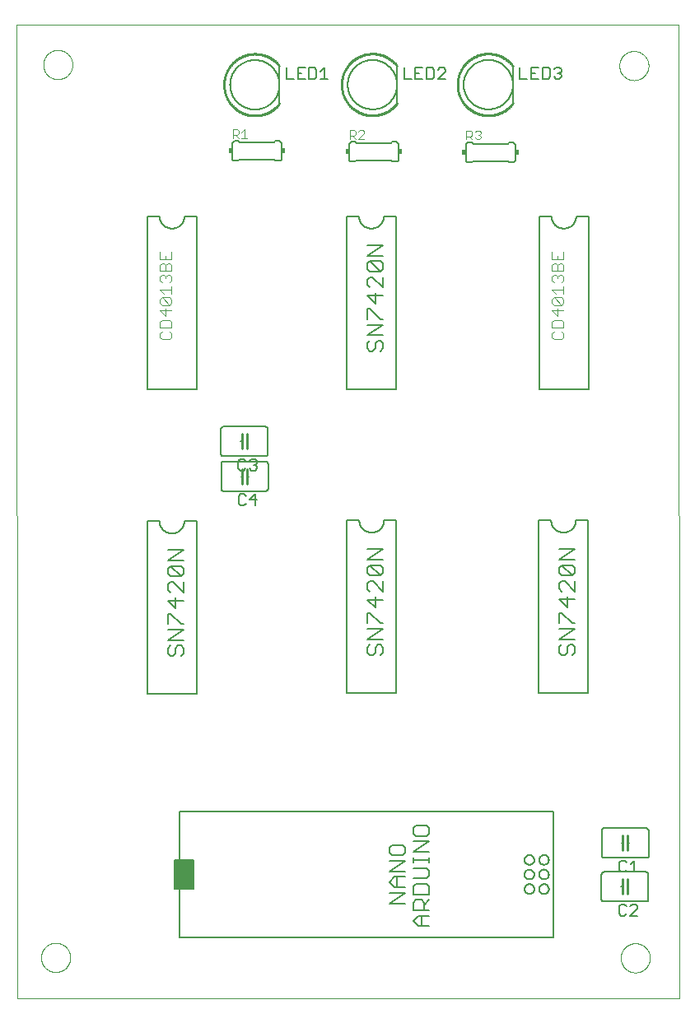
<source format=gto>
G75*
%MOIN*%
%OFA0B0*%
%FSLAX25Y25*%
%IPPOS*%
%LPD*%
%AMOC8*
5,1,8,0,0,1.08239X$1,22.5*
%
%ADD10C,0.00000*%
%ADD11C,0.00800*%
%ADD12C,0.01000*%
%ADD13C,0.00600*%
%ADD14C,0.00500*%
%ADD15C,0.00400*%
%ADD16R,0.01500X0.02000*%
D10*
X0001224Y0006878D02*
X0001000Y0401448D01*
X0268904Y0401445D01*
X0269128Y0006875D01*
X0001224Y0006878D01*
X0010934Y0023536D02*
X0010936Y0023689D01*
X0010942Y0023843D01*
X0010952Y0023996D01*
X0010966Y0024148D01*
X0010984Y0024301D01*
X0011006Y0024452D01*
X0011031Y0024603D01*
X0011061Y0024754D01*
X0011095Y0024904D01*
X0011132Y0025052D01*
X0011173Y0025200D01*
X0011218Y0025346D01*
X0011267Y0025492D01*
X0011320Y0025636D01*
X0011376Y0025778D01*
X0011436Y0025919D01*
X0011500Y0026059D01*
X0011567Y0026197D01*
X0011638Y0026333D01*
X0011713Y0026467D01*
X0011790Y0026599D01*
X0011872Y0026729D01*
X0011956Y0026857D01*
X0012044Y0026983D01*
X0012135Y0027106D01*
X0012229Y0027227D01*
X0012327Y0027345D01*
X0012427Y0027461D01*
X0012531Y0027574D01*
X0012637Y0027685D01*
X0012746Y0027793D01*
X0012858Y0027898D01*
X0012972Y0027999D01*
X0013090Y0028098D01*
X0013209Y0028194D01*
X0013331Y0028287D01*
X0013456Y0028376D01*
X0013583Y0028463D01*
X0013712Y0028545D01*
X0013843Y0028625D01*
X0013976Y0028701D01*
X0014111Y0028774D01*
X0014248Y0028843D01*
X0014387Y0028908D01*
X0014527Y0028970D01*
X0014669Y0029028D01*
X0014812Y0029083D01*
X0014957Y0029134D01*
X0015103Y0029181D01*
X0015250Y0029224D01*
X0015398Y0029263D01*
X0015547Y0029299D01*
X0015697Y0029330D01*
X0015848Y0029358D01*
X0015999Y0029382D01*
X0016152Y0029402D01*
X0016304Y0029418D01*
X0016457Y0029430D01*
X0016610Y0029438D01*
X0016763Y0029442D01*
X0016917Y0029442D01*
X0017070Y0029438D01*
X0017223Y0029430D01*
X0017376Y0029418D01*
X0017528Y0029402D01*
X0017681Y0029382D01*
X0017832Y0029358D01*
X0017983Y0029330D01*
X0018133Y0029299D01*
X0018282Y0029263D01*
X0018430Y0029224D01*
X0018577Y0029181D01*
X0018723Y0029134D01*
X0018868Y0029083D01*
X0019011Y0029028D01*
X0019153Y0028970D01*
X0019293Y0028908D01*
X0019432Y0028843D01*
X0019569Y0028774D01*
X0019704Y0028701D01*
X0019837Y0028625D01*
X0019968Y0028545D01*
X0020097Y0028463D01*
X0020224Y0028376D01*
X0020349Y0028287D01*
X0020471Y0028194D01*
X0020590Y0028098D01*
X0020708Y0027999D01*
X0020822Y0027898D01*
X0020934Y0027793D01*
X0021043Y0027685D01*
X0021149Y0027574D01*
X0021253Y0027461D01*
X0021353Y0027345D01*
X0021451Y0027227D01*
X0021545Y0027106D01*
X0021636Y0026983D01*
X0021724Y0026857D01*
X0021808Y0026729D01*
X0021890Y0026599D01*
X0021967Y0026467D01*
X0022042Y0026333D01*
X0022113Y0026197D01*
X0022180Y0026059D01*
X0022244Y0025919D01*
X0022304Y0025778D01*
X0022360Y0025636D01*
X0022413Y0025492D01*
X0022462Y0025346D01*
X0022507Y0025200D01*
X0022548Y0025052D01*
X0022585Y0024904D01*
X0022619Y0024754D01*
X0022649Y0024603D01*
X0022674Y0024452D01*
X0022696Y0024301D01*
X0022714Y0024148D01*
X0022728Y0023996D01*
X0022738Y0023843D01*
X0022744Y0023689D01*
X0022746Y0023536D01*
X0022744Y0023383D01*
X0022738Y0023229D01*
X0022728Y0023076D01*
X0022714Y0022924D01*
X0022696Y0022771D01*
X0022674Y0022620D01*
X0022649Y0022469D01*
X0022619Y0022318D01*
X0022585Y0022168D01*
X0022548Y0022020D01*
X0022507Y0021872D01*
X0022462Y0021726D01*
X0022413Y0021580D01*
X0022360Y0021436D01*
X0022304Y0021294D01*
X0022244Y0021153D01*
X0022180Y0021013D01*
X0022113Y0020875D01*
X0022042Y0020739D01*
X0021967Y0020605D01*
X0021890Y0020473D01*
X0021808Y0020343D01*
X0021724Y0020215D01*
X0021636Y0020089D01*
X0021545Y0019966D01*
X0021451Y0019845D01*
X0021353Y0019727D01*
X0021253Y0019611D01*
X0021149Y0019498D01*
X0021043Y0019387D01*
X0020934Y0019279D01*
X0020822Y0019174D01*
X0020708Y0019073D01*
X0020590Y0018974D01*
X0020471Y0018878D01*
X0020349Y0018785D01*
X0020224Y0018696D01*
X0020097Y0018609D01*
X0019968Y0018527D01*
X0019837Y0018447D01*
X0019704Y0018371D01*
X0019569Y0018298D01*
X0019432Y0018229D01*
X0019293Y0018164D01*
X0019153Y0018102D01*
X0019011Y0018044D01*
X0018868Y0017989D01*
X0018723Y0017938D01*
X0018577Y0017891D01*
X0018430Y0017848D01*
X0018282Y0017809D01*
X0018133Y0017773D01*
X0017983Y0017742D01*
X0017832Y0017714D01*
X0017681Y0017690D01*
X0017528Y0017670D01*
X0017376Y0017654D01*
X0017223Y0017642D01*
X0017070Y0017634D01*
X0016917Y0017630D01*
X0016763Y0017630D01*
X0016610Y0017634D01*
X0016457Y0017642D01*
X0016304Y0017654D01*
X0016152Y0017670D01*
X0015999Y0017690D01*
X0015848Y0017714D01*
X0015697Y0017742D01*
X0015547Y0017773D01*
X0015398Y0017809D01*
X0015250Y0017848D01*
X0015103Y0017891D01*
X0014957Y0017938D01*
X0014812Y0017989D01*
X0014669Y0018044D01*
X0014527Y0018102D01*
X0014387Y0018164D01*
X0014248Y0018229D01*
X0014111Y0018298D01*
X0013976Y0018371D01*
X0013843Y0018447D01*
X0013712Y0018527D01*
X0013583Y0018609D01*
X0013456Y0018696D01*
X0013331Y0018785D01*
X0013209Y0018878D01*
X0013090Y0018974D01*
X0012972Y0019073D01*
X0012858Y0019174D01*
X0012746Y0019279D01*
X0012637Y0019387D01*
X0012531Y0019498D01*
X0012427Y0019611D01*
X0012327Y0019727D01*
X0012229Y0019845D01*
X0012135Y0019966D01*
X0012044Y0020089D01*
X0011956Y0020215D01*
X0011872Y0020343D01*
X0011790Y0020473D01*
X0011713Y0020605D01*
X0011638Y0020739D01*
X0011567Y0020875D01*
X0011500Y0021013D01*
X0011436Y0021153D01*
X0011376Y0021294D01*
X0011320Y0021436D01*
X0011267Y0021580D01*
X0011218Y0021726D01*
X0011173Y0021872D01*
X0011132Y0022020D01*
X0011095Y0022168D01*
X0011061Y0022318D01*
X0011031Y0022469D01*
X0011006Y0022620D01*
X0010984Y0022771D01*
X0010966Y0022924D01*
X0010952Y0023076D01*
X0010942Y0023229D01*
X0010936Y0023383D01*
X0010934Y0023536D01*
X0245571Y0023383D02*
X0245573Y0023536D01*
X0245579Y0023690D01*
X0245589Y0023843D01*
X0245603Y0023995D01*
X0245621Y0024148D01*
X0245643Y0024299D01*
X0245668Y0024450D01*
X0245698Y0024601D01*
X0245732Y0024751D01*
X0245769Y0024899D01*
X0245810Y0025047D01*
X0245855Y0025193D01*
X0245904Y0025339D01*
X0245957Y0025483D01*
X0246013Y0025625D01*
X0246073Y0025766D01*
X0246137Y0025906D01*
X0246204Y0026044D01*
X0246275Y0026180D01*
X0246350Y0026314D01*
X0246427Y0026446D01*
X0246509Y0026576D01*
X0246593Y0026704D01*
X0246681Y0026830D01*
X0246772Y0026953D01*
X0246866Y0027074D01*
X0246964Y0027192D01*
X0247064Y0027308D01*
X0247168Y0027421D01*
X0247274Y0027532D01*
X0247383Y0027640D01*
X0247495Y0027745D01*
X0247609Y0027846D01*
X0247727Y0027945D01*
X0247846Y0028041D01*
X0247968Y0028134D01*
X0248093Y0028223D01*
X0248220Y0028310D01*
X0248349Y0028392D01*
X0248480Y0028472D01*
X0248613Y0028548D01*
X0248748Y0028621D01*
X0248885Y0028690D01*
X0249024Y0028755D01*
X0249164Y0028817D01*
X0249306Y0028875D01*
X0249449Y0028930D01*
X0249594Y0028981D01*
X0249740Y0029028D01*
X0249887Y0029071D01*
X0250035Y0029110D01*
X0250184Y0029146D01*
X0250334Y0029177D01*
X0250485Y0029205D01*
X0250636Y0029229D01*
X0250789Y0029249D01*
X0250941Y0029265D01*
X0251094Y0029277D01*
X0251247Y0029285D01*
X0251400Y0029289D01*
X0251554Y0029289D01*
X0251707Y0029285D01*
X0251860Y0029277D01*
X0252013Y0029265D01*
X0252165Y0029249D01*
X0252318Y0029229D01*
X0252469Y0029205D01*
X0252620Y0029177D01*
X0252770Y0029146D01*
X0252919Y0029110D01*
X0253067Y0029071D01*
X0253214Y0029028D01*
X0253360Y0028981D01*
X0253505Y0028930D01*
X0253648Y0028875D01*
X0253790Y0028817D01*
X0253930Y0028755D01*
X0254069Y0028690D01*
X0254206Y0028621D01*
X0254341Y0028548D01*
X0254474Y0028472D01*
X0254605Y0028392D01*
X0254734Y0028310D01*
X0254861Y0028223D01*
X0254986Y0028134D01*
X0255108Y0028041D01*
X0255227Y0027945D01*
X0255345Y0027846D01*
X0255459Y0027745D01*
X0255571Y0027640D01*
X0255680Y0027532D01*
X0255786Y0027421D01*
X0255890Y0027308D01*
X0255990Y0027192D01*
X0256088Y0027074D01*
X0256182Y0026953D01*
X0256273Y0026830D01*
X0256361Y0026704D01*
X0256445Y0026576D01*
X0256527Y0026446D01*
X0256604Y0026314D01*
X0256679Y0026180D01*
X0256750Y0026044D01*
X0256817Y0025906D01*
X0256881Y0025766D01*
X0256941Y0025625D01*
X0256997Y0025483D01*
X0257050Y0025339D01*
X0257099Y0025193D01*
X0257144Y0025047D01*
X0257185Y0024899D01*
X0257222Y0024751D01*
X0257256Y0024601D01*
X0257286Y0024450D01*
X0257311Y0024299D01*
X0257333Y0024148D01*
X0257351Y0023995D01*
X0257365Y0023843D01*
X0257375Y0023690D01*
X0257381Y0023536D01*
X0257383Y0023383D01*
X0257381Y0023230D01*
X0257375Y0023076D01*
X0257365Y0022923D01*
X0257351Y0022771D01*
X0257333Y0022618D01*
X0257311Y0022467D01*
X0257286Y0022316D01*
X0257256Y0022165D01*
X0257222Y0022015D01*
X0257185Y0021867D01*
X0257144Y0021719D01*
X0257099Y0021573D01*
X0257050Y0021427D01*
X0256997Y0021283D01*
X0256941Y0021141D01*
X0256881Y0021000D01*
X0256817Y0020860D01*
X0256750Y0020722D01*
X0256679Y0020586D01*
X0256604Y0020452D01*
X0256527Y0020320D01*
X0256445Y0020190D01*
X0256361Y0020062D01*
X0256273Y0019936D01*
X0256182Y0019813D01*
X0256088Y0019692D01*
X0255990Y0019574D01*
X0255890Y0019458D01*
X0255786Y0019345D01*
X0255680Y0019234D01*
X0255571Y0019126D01*
X0255459Y0019021D01*
X0255345Y0018920D01*
X0255227Y0018821D01*
X0255108Y0018725D01*
X0254986Y0018632D01*
X0254861Y0018543D01*
X0254734Y0018456D01*
X0254605Y0018374D01*
X0254474Y0018294D01*
X0254341Y0018218D01*
X0254206Y0018145D01*
X0254069Y0018076D01*
X0253930Y0018011D01*
X0253790Y0017949D01*
X0253648Y0017891D01*
X0253505Y0017836D01*
X0253360Y0017785D01*
X0253214Y0017738D01*
X0253067Y0017695D01*
X0252919Y0017656D01*
X0252770Y0017620D01*
X0252620Y0017589D01*
X0252469Y0017561D01*
X0252318Y0017537D01*
X0252165Y0017517D01*
X0252013Y0017501D01*
X0251860Y0017489D01*
X0251707Y0017481D01*
X0251554Y0017477D01*
X0251400Y0017477D01*
X0251247Y0017481D01*
X0251094Y0017489D01*
X0250941Y0017501D01*
X0250789Y0017517D01*
X0250636Y0017537D01*
X0250485Y0017561D01*
X0250334Y0017589D01*
X0250184Y0017620D01*
X0250035Y0017656D01*
X0249887Y0017695D01*
X0249740Y0017738D01*
X0249594Y0017785D01*
X0249449Y0017836D01*
X0249306Y0017891D01*
X0249164Y0017949D01*
X0249024Y0018011D01*
X0248885Y0018076D01*
X0248748Y0018145D01*
X0248613Y0018218D01*
X0248480Y0018294D01*
X0248349Y0018374D01*
X0248220Y0018456D01*
X0248093Y0018543D01*
X0247968Y0018632D01*
X0247846Y0018725D01*
X0247727Y0018821D01*
X0247609Y0018920D01*
X0247495Y0019021D01*
X0247383Y0019126D01*
X0247274Y0019234D01*
X0247168Y0019345D01*
X0247064Y0019458D01*
X0246964Y0019574D01*
X0246866Y0019692D01*
X0246772Y0019813D01*
X0246681Y0019936D01*
X0246593Y0020062D01*
X0246509Y0020190D01*
X0246427Y0020320D01*
X0246350Y0020452D01*
X0246275Y0020586D01*
X0246204Y0020722D01*
X0246137Y0020860D01*
X0246073Y0021000D01*
X0246013Y0021141D01*
X0245957Y0021283D01*
X0245904Y0021427D01*
X0245855Y0021573D01*
X0245810Y0021719D01*
X0245769Y0021867D01*
X0245732Y0022015D01*
X0245698Y0022165D01*
X0245668Y0022316D01*
X0245643Y0022467D01*
X0245621Y0022618D01*
X0245603Y0022771D01*
X0245589Y0022923D01*
X0245579Y0023076D01*
X0245573Y0023230D01*
X0245571Y0023383D01*
X0245002Y0384745D02*
X0245004Y0384898D01*
X0245010Y0385052D01*
X0245020Y0385205D01*
X0245034Y0385357D01*
X0245052Y0385510D01*
X0245074Y0385661D01*
X0245099Y0385812D01*
X0245129Y0385963D01*
X0245163Y0386113D01*
X0245200Y0386261D01*
X0245241Y0386409D01*
X0245286Y0386555D01*
X0245335Y0386701D01*
X0245388Y0386845D01*
X0245444Y0386987D01*
X0245504Y0387128D01*
X0245568Y0387268D01*
X0245635Y0387406D01*
X0245706Y0387542D01*
X0245781Y0387676D01*
X0245858Y0387808D01*
X0245940Y0387938D01*
X0246024Y0388066D01*
X0246112Y0388192D01*
X0246203Y0388315D01*
X0246297Y0388436D01*
X0246395Y0388554D01*
X0246495Y0388670D01*
X0246599Y0388783D01*
X0246705Y0388894D01*
X0246814Y0389002D01*
X0246926Y0389107D01*
X0247040Y0389208D01*
X0247158Y0389307D01*
X0247277Y0389403D01*
X0247399Y0389496D01*
X0247524Y0389585D01*
X0247651Y0389672D01*
X0247780Y0389754D01*
X0247911Y0389834D01*
X0248044Y0389910D01*
X0248179Y0389983D01*
X0248316Y0390052D01*
X0248455Y0390117D01*
X0248595Y0390179D01*
X0248737Y0390237D01*
X0248880Y0390292D01*
X0249025Y0390343D01*
X0249171Y0390390D01*
X0249318Y0390433D01*
X0249466Y0390472D01*
X0249615Y0390508D01*
X0249765Y0390539D01*
X0249916Y0390567D01*
X0250067Y0390591D01*
X0250220Y0390611D01*
X0250372Y0390627D01*
X0250525Y0390639D01*
X0250678Y0390647D01*
X0250831Y0390651D01*
X0250985Y0390651D01*
X0251138Y0390647D01*
X0251291Y0390639D01*
X0251444Y0390627D01*
X0251596Y0390611D01*
X0251749Y0390591D01*
X0251900Y0390567D01*
X0252051Y0390539D01*
X0252201Y0390508D01*
X0252350Y0390472D01*
X0252498Y0390433D01*
X0252645Y0390390D01*
X0252791Y0390343D01*
X0252936Y0390292D01*
X0253079Y0390237D01*
X0253221Y0390179D01*
X0253361Y0390117D01*
X0253500Y0390052D01*
X0253637Y0389983D01*
X0253772Y0389910D01*
X0253905Y0389834D01*
X0254036Y0389754D01*
X0254165Y0389672D01*
X0254292Y0389585D01*
X0254417Y0389496D01*
X0254539Y0389403D01*
X0254658Y0389307D01*
X0254776Y0389208D01*
X0254890Y0389107D01*
X0255002Y0389002D01*
X0255111Y0388894D01*
X0255217Y0388783D01*
X0255321Y0388670D01*
X0255421Y0388554D01*
X0255519Y0388436D01*
X0255613Y0388315D01*
X0255704Y0388192D01*
X0255792Y0388066D01*
X0255876Y0387938D01*
X0255958Y0387808D01*
X0256035Y0387676D01*
X0256110Y0387542D01*
X0256181Y0387406D01*
X0256248Y0387268D01*
X0256312Y0387128D01*
X0256372Y0386987D01*
X0256428Y0386845D01*
X0256481Y0386701D01*
X0256530Y0386555D01*
X0256575Y0386409D01*
X0256616Y0386261D01*
X0256653Y0386113D01*
X0256687Y0385963D01*
X0256717Y0385812D01*
X0256742Y0385661D01*
X0256764Y0385510D01*
X0256782Y0385357D01*
X0256796Y0385205D01*
X0256806Y0385052D01*
X0256812Y0384898D01*
X0256814Y0384745D01*
X0256812Y0384592D01*
X0256806Y0384438D01*
X0256796Y0384285D01*
X0256782Y0384133D01*
X0256764Y0383980D01*
X0256742Y0383829D01*
X0256717Y0383678D01*
X0256687Y0383527D01*
X0256653Y0383377D01*
X0256616Y0383229D01*
X0256575Y0383081D01*
X0256530Y0382935D01*
X0256481Y0382789D01*
X0256428Y0382645D01*
X0256372Y0382503D01*
X0256312Y0382362D01*
X0256248Y0382222D01*
X0256181Y0382084D01*
X0256110Y0381948D01*
X0256035Y0381814D01*
X0255958Y0381682D01*
X0255876Y0381552D01*
X0255792Y0381424D01*
X0255704Y0381298D01*
X0255613Y0381175D01*
X0255519Y0381054D01*
X0255421Y0380936D01*
X0255321Y0380820D01*
X0255217Y0380707D01*
X0255111Y0380596D01*
X0255002Y0380488D01*
X0254890Y0380383D01*
X0254776Y0380282D01*
X0254658Y0380183D01*
X0254539Y0380087D01*
X0254417Y0379994D01*
X0254292Y0379905D01*
X0254165Y0379818D01*
X0254036Y0379736D01*
X0253905Y0379656D01*
X0253772Y0379580D01*
X0253637Y0379507D01*
X0253500Y0379438D01*
X0253361Y0379373D01*
X0253221Y0379311D01*
X0253079Y0379253D01*
X0252936Y0379198D01*
X0252791Y0379147D01*
X0252645Y0379100D01*
X0252498Y0379057D01*
X0252350Y0379018D01*
X0252201Y0378982D01*
X0252051Y0378951D01*
X0251900Y0378923D01*
X0251749Y0378899D01*
X0251596Y0378879D01*
X0251444Y0378863D01*
X0251291Y0378851D01*
X0251138Y0378843D01*
X0250985Y0378839D01*
X0250831Y0378839D01*
X0250678Y0378843D01*
X0250525Y0378851D01*
X0250372Y0378863D01*
X0250220Y0378879D01*
X0250067Y0378899D01*
X0249916Y0378923D01*
X0249765Y0378951D01*
X0249615Y0378982D01*
X0249466Y0379018D01*
X0249318Y0379057D01*
X0249171Y0379100D01*
X0249025Y0379147D01*
X0248880Y0379198D01*
X0248737Y0379253D01*
X0248595Y0379311D01*
X0248455Y0379373D01*
X0248316Y0379438D01*
X0248179Y0379507D01*
X0248044Y0379580D01*
X0247911Y0379656D01*
X0247780Y0379736D01*
X0247651Y0379818D01*
X0247524Y0379905D01*
X0247399Y0379994D01*
X0247277Y0380087D01*
X0247158Y0380183D01*
X0247040Y0380282D01*
X0246926Y0380383D01*
X0246814Y0380488D01*
X0246705Y0380596D01*
X0246599Y0380707D01*
X0246495Y0380820D01*
X0246395Y0380936D01*
X0246297Y0381054D01*
X0246203Y0381175D01*
X0246112Y0381298D01*
X0246024Y0381424D01*
X0245940Y0381552D01*
X0245858Y0381682D01*
X0245781Y0381814D01*
X0245706Y0381948D01*
X0245635Y0382084D01*
X0245568Y0382222D01*
X0245504Y0382362D01*
X0245444Y0382503D01*
X0245388Y0382645D01*
X0245335Y0382789D01*
X0245286Y0382935D01*
X0245241Y0383081D01*
X0245200Y0383229D01*
X0245163Y0383377D01*
X0245129Y0383527D01*
X0245099Y0383678D01*
X0245074Y0383829D01*
X0245052Y0383980D01*
X0245034Y0384133D01*
X0245020Y0384285D01*
X0245010Y0384438D01*
X0245004Y0384592D01*
X0245002Y0384745D01*
X0011807Y0385161D02*
X0011809Y0385314D01*
X0011815Y0385468D01*
X0011825Y0385621D01*
X0011839Y0385773D01*
X0011857Y0385926D01*
X0011879Y0386077D01*
X0011904Y0386228D01*
X0011934Y0386379D01*
X0011968Y0386529D01*
X0012005Y0386677D01*
X0012046Y0386825D01*
X0012091Y0386971D01*
X0012140Y0387117D01*
X0012193Y0387261D01*
X0012249Y0387403D01*
X0012309Y0387544D01*
X0012373Y0387684D01*
X0012440Y0387822D01*
X0012511Y0387958D01*
X0012586Y0388092D01*
X0012663Y0388224D01*
X0012745Y0388354D01*
X0012829Y0388482D01*
X0012917Y0388608D01*
X0013008Y0388731D01*
X0013102Y0388852D01*
X0013200Y0388970D01*
X0013300Y0389086D01*
X0013404Y0389199D01*
X0013510Y0389310D01*
X0013619Y0389418D01*
X0013731Y0389523D01*
X0013845Y0389624D01*
X0013963Y0389723D01*
X0014082Y0389819D01*
X0014204Y0389912D01*
X0014329Y0390001D01*
X0014456Y0390088D01*
X0014585Y0390170D01*
X0014716Y0390250D01*
X0014849Y0390326D01*
X0014984Y0390399D01*
X0015121Y0390468D01*
X0015260Y0390533D01*
X0015400Y0390595D01*
X0015542Y0390653D01*
X0015685Y0390708D01*
X0015830Y0390759D01*
X0015976Y0390806D01*
X0016123Y0390849D01*
X0016271Y0390888D01*
X0016420Y0390924D01*
X0016570Y0390955D01*
X0016721Y0390983D01*
X0016872Y0391007D01*
X0017025Y0391027D01*
X0017177Y0391043D01*
X0017330Y0391055D01*
X0017483Y0391063D01*
X0017636Y0391067D01*
X0017790Y0391067D01*
X0017943Y0391063D01*
X0018096Y0391055D01*
X0018249Y0391043D01*
X0018401Y0391027D01*
X0018554Y0391007D01*
X0018705Y0390983D01*
X0018856Y0390955D01*
X0019006Y0390924D01*
X0019155Y0390888D01*
X0019303Y0390849D01*
X0019450Y0390806D01*
X0019596Y0390759D01*
X0019741Y0390708D01*
X0019884Y0390653D01*
X0020026Y0390595D01*
X0020166Y0390533D01*
X0020305Y0390468D01*
X0020442Y0390399D01*
X0020577Y0390326D01*
X0020710Y0390250D01*
X0020841Y0390170D01*
X0020970Y0390088D01*
X0021097Y0390001D01*
X0021222Y0389912D01*
X0021344Y0389819D01*
X0021463Y0389723D01*
X0021581Y0389624D01*
X0021695Y0389523D01*
X0021807Y0389418D01*
X0021916Y0389310D01*
X0022022Y0389199D01*
X0022126Y0389086D01*
X0022226Y0388970D01*
X0022324Y0388852D01*
X0022418Y0388731D01*
X0022509Y0388608D01*
X0022597Y0388482D01*
X0022681Y0388354D01*
X0022763Y0388224D01*
X0022840Y0388092D01*
X0022915Y0387958D01*
X0022986Y0387822D01*
X0023053Y0387684D01*
X0023117Y0387544D01*
X0023177Y0387403D01*
X0023233Y0387261D01*
X0023286Y0387117D01*
X0023335Y0386971D01*
X0023380Y0386825D01*
X0023421Y0386677D01*
X0023458Y0386529D01*
X0023492Y0386379D01*
X0023522Y0386228D01*
X0023547Y0386077D01*
X0023569Y0385926D01*
X0023587Y0385773D01*
X0023601Y0385621D01*
X0023611Y0385468D01*
X0023617Y0385314D01*
X0023619Y0385161D01*
X0023617Y0385008D01*
X0023611Y0384854D01*
X0023601Y0384701D01*
X0023587Y0384549D01*
X0023569Y0384396D01*
X0023547Y0384245D01*
X0023522Y0384094D01*
X0023492Y0383943D01*
X0023458Y0383793D01*
X0023421Y0383645D01*
X0023380Y0383497D01*
X0023335Y0383351D01*
X0023286Y0383205D01*
X0023233Y0383061D01*
X0023177Y0382919D01*
X0023117Y0382778D01*
X0023053Y0382638D01*
X0022986Y0382500D01*
X0022915Y0382364D01*
X0022840Y0382230D01*
X0022763Y0382098D01*
X0022681Y0381968D01*
X0022597Y0381840D01*
X0022509Y0381714D01*
X0022418Y0381591D01*
X0022324Y0381470D01*
X0022226Y0381352D01*
X0022126Y0381236D01*
X0022022Y0381123D01*
X0021916Y0381012D01*
X0021807Y0380904D01*
X0021695Y0380799D01*
X0021581Y0380698D01*
X0021463Y0380599D01*
X0021344Y0380503D01*
X0021222Y0380410D01*
X0021097Y0380321D01*
X0020970Y0380234D01*
X0020841Y0380152D01*
X0020710Y0380072D01*
X0020577Y0379996D01*
X0020442Y0379923D01*
X0020305Y0379854D01*
X0020166Y0379789D01*
X0020026Y0379727D01*
X0019884Y0379669D01*
X0019741Y0379614D01*
X0019596Y0379563D01*
X0019450Y0379516D01*
X0019303Y0379473D01*
X0019155Y0379434D01*
X0019006Y0379398D01*
X0018856Y0379367D01*
X0018705Y0379339D01*
X0018554Y0379315D01*
X0018401Y0379295D01*
X0018249Y0379279D01*
X0018096Y0379267D01*
X0017943Y0379259D01*
X0017790Y0379255D01*
X0017636Y0379255D01*
X0017483Y0379259D01*
X0017330Y0379267D01*
X0017177Y0379279D01*
X0017025Y0379295D01*
X0016872Y0379315D01*
X0016721Y0379339D01*
X0016570Y0379367D01*
X0016420Y0379398D01*
X0016271Y0379434D01*
X0016123Y0379473D01*
X0015976Y0379516D01*
X0015830Y0379563D01*
X0015685Y0379614D01*
X0015542Y0379669D01*
X0015400Y0379727D01*
X0015260Y0379789D01*
X0015121Y0379854D01*
X0014984Y0379923D01*
X0014849Y0379996D01*
X0014716Y0380072D01*
X0014585Y0380152D01*
X0014456Y0380234D01*
X0014329Y0380321D01*
X0014204Y0380410D01*
X0014082Y0380503D01*
X0013963Y0380599D01*
X0013845Y0380698D01*
X0013731Y0380799D01*
X0013619Y0380904D01*
X0013510Y0381012D01*
X0013404Y0381123D01*
X0013300Y0381236D01*
X0013200Y0381352D01*
X0013102Y0381470D01*
X0013008Y0381591D01*
X0012917Y0381714D01*
X0012829Y0381840D01*
X0012745Y0381968D01*
X0012663Y0382098D01*
X0012586Y0382230D01*
X0012511Y0382364D01*
X0012440Y0382500D01*
X0012373Y0382638D01*
X0012309Y0382778D01*
X0012249Y0382919D01*
X0012193Y0383061D01*
X0012140Y0383205D01*
X0012091Y0383351D01*
X0012046Y0383497D01*
X0012005Y0383645D01*
X0011968Y0383793D01*
X0011934Y0383943D01*
X0011904Y0384094D01*
X0011879Y0384245D01*
X0011857Y0384396D01*
X0011839Y0384549D01*
X0011825Y0384701D01*
X0011815Y0384854D01*
X0011809Y0385008D01*
X0011807Y0385161D01*
D11*
X0107460Y0384519D02*
X0107460Y0369519D01*
X0155059Y0369569D02*
X0155059Y0384569D01*
X0201967Y0384587D02*
X0201967Y0369587D01*
D12*
X0201780Y0369344D01*
X0201588Y0369106D01*
X0201389Y0368873D01*
X0201185Y0368645D01*
X0200976Y0368422D01*
X0200761Y0368204D01*
X0200541Y0367991D01*
X0200316Y0367784D01*
X0200085Y0367582D01*
X0199850Y0367386D01*
X0199610Y0367196D01*
X0199366Y0367012D01*
X0199117Y0366834D01*
X0198863Y0366662D01*
X0198606Y0366496D01*
X0198345Y0366336D01*
X0198080Y0366183D01*
X0197811Y0366037D01*
X0197538Y0365897D01*
X0197263Y0365764D01*
X0196984Y0365638D01*
X0196702Y0365518D01*
X0196417Y0365406D01*
X0196130Y0365301D01*
X0195840Y0365202D01*
X0195548Y0365111D01*
X0195253Y0365027D01*
X0194957Y0364950D01*
X0194659Y0364880D01*
X0194359Y0364818D01*
X0194058Y0364763D01*
X0193756Y0364716D01*
X0193452Y0364676D01*
X0193148Y0364643D01*
X0192843Y0364618D01*
X0192537Y0364600D01*
X0192231Y0364590D01*
X0191925Y0364587D01*
X0191619Y0364592D01*
X0191313Y0364604D01*
X0191007Y0364624D01*
X0190703Y0364651D01*
X0190398Y0364686D01*
X0190095Y0364728D01*
X0189793Y0364777D01*
X0189492Y0364834D01*
X0189193Y0364899D01*
X0188895Y0364970D01*
X0188600Y0365049D01*
X0188306Y0365135D01*
X0188014Y0365228D01*
X0187725Y0365329D01*
X0187438Y0365436D01*
X0187154Y0365551D01*
X0186873Y0365672D01*
X0186595Y0365800D01*
X0186320Y0365935D01*
X0186049Y0366077D01*
X0185781Y0366225D01*
X0185517Y0366380D01*
X0185257Y0366541D01*
X0185001Y0366708D01*
X0184748Y0366882D01*
X0184501Y0367062D01*
X0184257Y0367248D01*
X0184019Y0367439D01*
X0183785Y0367637D01*
X0183556Y0367840D01*
X0183332Y0368049D01*
X0183113Y0368263D01*
X0182900Y0368483D01*
X0182692Y0368707D01*
X0182489Y0368937D01*
X0182293Y0369171D01*
X0182102Y0369411D01*
X0181917Y0369654D01*
X0181738Y0369903D01*
X0181565Y0370155D01*
X0181398Y0370412D01*
X0181238Y0370673D01*
X0181084Y0370938D01*
X0180937Y0371206D01*
X0180796Y0371478D01*
X0180662Y0371753D01*
X0180535Y0372032D01*
X0180414Y0372313D01*
X0180301Y0372598D01*
X0180195Y0372885D01*
X0180095Y0373174D01*
X0180003Y0373466D01*
X0179918Y0373760D01*
X0179840Y0374056D01*
X0179769Y0374354D01*
X0179706Y0374654D01*
X0179650Y0374955D01*
X0179602Y0375257D01*
X0179561Y0375560D01*
X0179527Y0375864D01*
X0179501Y0376169D01*
X0179482Y0376475D01*
X0179471Y0376781D01*
X0179467Y0377087D01*
X0179471Y0377393D01*
X0179482Y0377699D01*
X0179501Y0378005D01*
X0179527Y0378310D01*
X0179561Y0378614D01*
X0179602Y0378917D01*
X0179650Y0379219D01*
X0179706Y0379520D01*
X0179769Y0379820D01*
X0179840Y0380118D01*
X0179918Y0380414D01*
X0180003Y0380708D01*
X0180095Y0381000D01*
X0180195Y0381289D01*
X0180301Y0381576D01*
X0180414Y0381861D01*
X0180535Y0382142D01*
X0180662Y0382421D01*
X0180796Y0382696D01*
X0180937Y0382968D01*
X0181084Y0383236D01*
X0181238Y0383501D01*
X0181398Y0383762D01*
X0181565Y0384019D01*
X0181738Y0384271D01*
X0181917Y0384520D01*
X0182102Y0384763D01*
X0182293Y0385003D01*
X0182489Y0385237D01*
X0182692Y0385467D01*
X0182900Y0385691D01*
X0183113Y0385911D01*
X0183332Y0386125D01*
X0183556Y0386334D01*
X0183785Y0386537D01*
X0184019Y0386735D01*
X0184257Y0386926D01*
X0184501Y0387112D01*
X0184748Y0387292D01*
X0185001Y0387466D01*
X0185257Y0387633D01*
X0185517Y0387794D01*
X0185781Y0387949D01*
X0186049Y0388097D01*
X0186320Y0388239D01*
X0186595Y0388374D01*
X0186873Y0388502D01*
X0187154Y0388623D01*
X0187438Y0388738D01*
X0187725Y0388845D01*
X0188014Y0388946D01*
X0188306Y0389039D01*
X0188600Y0389125D01*
X0188895Y0389204D01*
X0189193Y0389275D01*
X0189492Y0389340D01*
X0189793Y0389397D01*
X0190095Y0389446D01*
X0190398Y0389488D01*
X0190703Y0389523D01*
X0191007Y0389550D01*
X0191313Y0389570D01*
X0191619Y0389582D01*
X0191925Y0389587D01*
X0192231Y0389584D01*
X0192537Y0389574D01*
X0192843Y0389556D01*
X0193148Y0389531D01*
X0193452Y0389498D01*
X0193756Y0389458D01*
X0194058Y0389411D01*
X0194359Y0389356D01*
X0194659Y0389294D01*
X0194957Y0389224D01*
X0195253Y0389147D01*
X0195548Y0389063D01*
X0195840Y0388972D01*
X0196130Y0388873D01*
X0196417Y0388768D01*
X0196702Y0388656D01*
X0196984Y0388536D01*
X0197263Y0388410D01*
X0197538Y0388277D01*
X0197811Y0388137D01*
X0198080Y0387991D01*
X0198345Y0387838D01*
X0198606Y0387678D01*
X0198863Y0387512D01*
X0199117Y0387340D01*
X0199366Y0387162D01*
X0199610Y0386978D01*
X0199850Y0386788D01*
X0200085Y0386592D01*
X0200316Y0386390D01*
X0200541Y0386183D01*
X0200761Y0385970D01*
X0200976Y0385752D01*
X0201185Y0385529D01*
X0201389Y0385301D01*
X0201588Y0385068D01*
X0201780Y0384830D01*
X0201967Y0384587D01*
X0155059Y0384569D02*
X0154872Y0384812D01*
X0154680Y0385050D01*
X0154481Y0385283D01*
X0154277Y0385511D01*
X0154068Y0385734D01*
X0153853Y0385952D01*
X0153633Y0386165D01*
X0153408Y0386372D01*
X0153177Y0386574D01*
X0152942Y0386770D01*
X0152702Y0386960D01*
X0152458Y0387144D01*
X0152209Y0387322D01*
X0151955Y0387494D01*
X0151698Y0387660D01*
X0151437Y0387820D01*
X0151172Y0387973D01*
X0150903Y0388119D01*
X0150630Y0388259D01*
X0150355Y0388392D01*
X0150076Y0388518D01*
X0149794Y0388638D01*
X0149509Y0388750D01*
X0149222Y0388855D01*
X0148932Y0388954D01*
X0148640Y0389045D01*
X0148345Y0389129D01*
X0148049Y0389206D01*
X0147751Y0389276D01*
X0147451Y0389338D01*
X0147150Y0389393D01*
X0146848Y0389440D01*
X0146544Y0389480D01*
X0146240Y0389513D01*
X0145935Y0389538D01*
X0145629Y0389556D01*
X0145323Y0389566D01*
X0145017Y0389569D01*
X0144711Y0389564D01*
X0144405Y0389552D01*
X0144099Y0389532D01*
X0143795Y0389505D01*
X0143490Y0389470D01*
X0143187Y0389428D01*
X0142885Y0389379D01*
X0142584Y0389322D01*
X0142285Y0389257D01*
X0141987Y0389186D01*
X0141692Y0389107D01*
X0141398Y0389021D01*
X0141106Y0388928D01*
X0140817Y0388827D01*
X0140530Y0388720D01*
X0140246Y0388605D01*
X0139965Y0388484D01*
X0139687Y0388356D01*
X0139412Y0388221D01*
X0139141Y0388079D01*
X0138873Y0387931D01*
X0138609Y0387776D01*
X0138349Y0387615D01*
X0138093Y0387448D01*
X0137840Y0387274D01*
X0137593Y0387094D01*
X0137349Y0386908D01*
X0137111Y0386717D01*
X0136877Y0386519D01*
X0136648Y0386316D01*
X0136424Y0386107D01*
X0136205Y0385893D01*
X0135992Y0385673D01*
X0135784Y0385449D01*
X0135581Y0385219D01*
X0135385Y0384985D01*
X0135194Y0384745D01*
X0135009Y0384502D01*
X0134830Y0384253D01*
X0134657Y0384001D01*
X0134490Y0383744D01*
X0134330Y0383483D01*
X0134176Y0383218D01*
X0134029Y0382950D01*
X0133888Y0382678D01*
X0133754Y0382403D01*
X0133627Y0382124D01*
X0133506Y0381843D01*
X0133393Y0381558D01*
X0133287Y0381271D01*
X0133187Y0380982D01*
X0133095Y0380690D01*
X0133010Y0380396D01*
X0132932Y0380100D01*
X0132861Y0379802D01*
X0132798Y0379502D01*
X0132742Y0379201D01*
X0132694Y0378899D01*
X0132653Y0378596D01*
X0132619Y0378292D01*
X0132593Y0377987D01*
X0132574Y0377681D01*
X0132563Y0377375D01*
X0132559Y0377069D01*
X0132563Y0376763D01*
X0132574Y0376457D01*
X0132593Y0376151D01*
X0132619Y0375846D01*
X0132653Y0375542D01*
X0132694Y0375239D01*
X0132742Y0374937D01*
X0132798Y0374636D01*
X0132861Y0374336D01*
X0132932Y0374038D01*
X0133010Y0373742D01*
X0133095Y0373448D01*
X0133187Y0373156D01*
X0133287Y0372867D01*
X0133393Y0372580D01*
X0133506Y0372295D01*
X0133627Y0372014D01*
X0133754Y0371735D01*
X0133888Y0371460D01*
X0134029Y0371188D01*
X0134176Y0370920D01*
X0134330Y0370655D01*
X0134490Y0370394D01*
X0134657Y0370137D01*
X0134830Y0369885D01*
X0135009Y0369636D01*
X0135194Y0369393D01*
X0135385Y0369153D01*
X0135581Y0368919D01*
X0135784Y0368689D01*
X0135992Y0368465D01*
X0136205Y0368245D01*
X0136424Y0368031D01*
X0136648Y0367822D01*
X0136877Y0367619D01*
X0137111Y0367421D01*
X0137349Y0367230D01*
X0137593Y0367044D01*
X0137840Y0366864D01*
X0138093Y0366690D01*
X0138349Y0366523D01*
X0138609Y0366362D01*
X0138873Y0366207D01*
X0139141Y0366059D01*
X0139412Y0365917D01*
X0139687Y0365782D01*
X0139965Y0365654D01*
X0140246Y0365533D01*
X0140530Y0365418D01*
X0140817Y0365311D01*
X0141106Y0365210D01*
X0141398Y0365117D01*
X0141692Y0365031D01*
X0141987Y0364952D01*
X0142285Y0364881D01*
X0142584Y0364816D01*
X0142885Y0364759D01*
X0143187Y0364710D01*
X0143490Y0364668D01*
X0143795Y0364633D01*
X0144099Y0364606D01*
X0144405Y0364586D01*
X0144711Y0364574D01*
X0145017Y0364569D01*
X0145323Y0364572D01*
X0145629Y0364582D01*
X0145935Y0364600D01*
X0146240Y0364625D01*
X0146544Y0364658D01*
X0146848Y0364698D01*
X0147150Y0364745D01*
X0147451Y0364800D01*
X0147751Y0364862D01*
X0148049Y0364932D01*
X0148345Y0365009D01*
X0148640Y0365093D01*
X0148932Y0365184D01*
X0149222Y0365283D01*
X0149509Y0365388D01*
X0149794Y0365500D01*
X0150076Y0365620D01*
X0150355Y0365746D01*
X0150630Y0365879D01*
X0150903Y0366019D01*
X0151172Y0366165D01*
X0151437Y0366318D01*
X0151698Y0366478D01*
X0151955Y0366644D01*
X0152209Y0366816D01*
X0152458Y0366994D01*
X0152702Y0367178D01*
X0152942Y0367368D01*
X0153177Y0367564D01*
X0153408Y0367766D01*
X0153633Y0367973D01*
X0153853Y0368186D01*
X0154068Y0368404D01*
X0154277Y0368627D01*
X0154481Y0368855D01*
X0154680Y0369088D01*
X0154872Y0369326D01*
X0155059Y0369569D01*
X0107460Y0369519D02*
X0107273Y0369276D01*
X0107081Y0369038D01*
X0106882Y0368805D01*
X0106678Y0368577D01*
X0106469Y0368354D01*
X0106254Y0368136D01*
X0106034Y0367923D01*
X0105809Y0367716D01*
X0105578Y0367514D01*
X0105343Y0367318D01*
X0105103Y0367128D01*
X0104859Y0366944D01*
X0104610Y0366766D01*
X0104356Y0366594D01*
X0104099Y0366428D01*
X0103838Y0366268D01*
X0103573Y0366115D01*
X0103304Y0365969D01*
X0103031Y0365829D01*
X0102756Y0365696D01*
X0102477Y0365570D01*
X0102195Y0365450D01*
X0101910Y0365338D01*
X0101623Y0365233D01*
X0101333Y0365134D01*
X0101041Y0365043D01*
X0100746Y0364959D01*
X0100450Y0364882D01*
X0100152Y0364812D01*
X0099852Y0364750D01*
X0099551Y0364695D01*
X0099249Y0364648D01*
X0098945Y0364608D01*
X0098641Y0364575D01*
X0098336Y0364550D01*
X0098030Y0364532D01*
X0097724Y0364522D01*
X0097418Y0364519D01*
X0097112Y0364524D01*
X0096806Y0364536D01*
X0096500Y0364556D01*
X0096196Y0364583D01*
X0095891Y0364618D01*
X0095588Y0364660D01*
X0095286Y0364709D01*
X0094985Y0364766D01*
X0094686Y0364831D01*
X0094388Y0364902D01*
X0094093Y0364981D01*
X0093799Y0365067D01*
X0093507Y0365160D01*
X0093218Y0365261D01*
X0092931Y0365368D01*
X0092647Y0365483D01*
X0092366Y0365604D01*
X0092088Y0365732D01*
X0091813Y0365867D01*
X0091542Y0366009D01*
X0091274Y0366157D01*
X0091010Y0366312D01*
X0090750Y0366473D01*
X0090494Y0366640D01*
X0090241Y0366814D01*
X0089994Y0366994D01*
X0089750Y0367180D01*
X0089512Y0367371D01*
X0089278Y0367569D01*
X0089049Y0367772D01*
X0088825Y0367981D01*
X0088606Y0368195D01*
X0088393Y0368415D01*
X0088185Y0368639D01*
X0087982Y0368869D01*
X0087786Y0369103D01*
X0087595Y0369343D01*
X0087410Y0369586D01*
X0087231Y0369835D01*
X0087058Y0370087D01*
X0086891Y0370344D01*
X0086731Y0370605D01*
X0086577Y0370870D01*
X0086430Y0371138D01*
X0086289Y0371410D01*
X0086155Y0371685D01*
X0086028Y0371964D01*
X0085907Y0372245D01*
X0085794Y0372530D01*
X0085688Y0372817D01*
X0085588Y0373106D01*
X0085496Y0373398D01*
X0085411Y0373692D01*
X0085333Y0373988D01*
X0085262Y0374286D01*
X0085199Y0374586D01*
X0085143Y0374887D01*
X0085095Y0375189D01*
X0085054Y0375492D01*
X0085020Y0375796D01*
X0084994Y0376101D01*
X0084975Y0376407D01*
X0084964Y0376713D01*
X0084960Y0377019D01*
X0084964Y0377325D01*
X0084975Y0377631D01*
X0084994Y0377937D01*
X0085020Y0378242D01*
X0085054Y0378546D01*
X0085095Y0378849D01*
X0085143Y0379151D01*
X0085199Y0379452D01*
X0085262Y0379752D01*
X0085333Y0380050D01*
X0085411Y0380346D01*
X0085496Y0380640D01*
X0085588Y0380932D01*
X0085688Y0381221D01*
X0085794Y0381508D01*
X0085907Y0381793D01*
X0086028Y0382074D01*
X0086155Y0382353D01*
X0086289Y0382628D01*
X0086430Y0382900D01*
X0086577Y0383168D01*
X0086731Y0383433D01*
X0086891Y0383694D01*
X0087058Y0383951D01*
X0087231Y0384203D01*
X0087410Y0384452D01*
X0087595Y0384695D01*
X0087786Y0384935D01*
X0087982Y0385169D01*
X0088185Y0385399D01*
X0088393Y0385623D01*
X0088606Y0385843D01*
X0088825Y0386057D01*
X0089049Y0386266D01*
X0089278Y0386469D01*
X0089512Y0386667D01*
X0089750Y0386858D01*
X0089994Y0387044D01*
X0090241Y0387224D01*
X0090494Y0387398D01*
X0090750Y0387565D01*
X0091010Y0387726D01*
X0091274Y0387881D01*
X0091542Y0388029D01*
X0091813Y0388171D01*
X0092088Y0388306D01*
X0092366Y0388434D01*
X0092647Y0388555D01*
X0092931Y0388670D01*
X0093218Y0388777D01*
X0093507Y0388878D01*
X0093799Y0388971D01*
X0094093Y0389057D01*
X0094388Y0389136D01*
X0094686Y0389207D01*
X0094985Y0389272D01*
X0095286Y0389329D01*
X0095588Y0389378D01*
X0095891Y0389420D01*
X0096196Y0389455D01*
X0096500Y0389482D01*
X0096806Y0389502D01*
X0097112Y0389514D01*
X0097418Y0389519D01*
X0097724Y0389516D01*
X0098030Y0389506D01*
X0098336Y0389488D01*
X0098641Y0389463D01*
X0098945Y0389430D01*
X0099249Y0389390D01*
X0099551Y0389343D01*
X0099852Y0389288D01*
X0100152Y0389226D01*
X0100450Y0389156D01*
X0100746Y0389079D01*
X0101041Y0388995D01*
X0101333Y0388904D01*
X0101623Y0388805D01*
X0101910Y0388700D01*
X0102195Y0388588D01*
X0102477Y0388468D01*
X0102756Y0388342D01*
X0103031Y0388209D01*
X0103304Y0388069D01*
X0103573Y0387923D01*
X0103838Y0387770D01*
X0104099Y0387610D01*
X0104356Y0387444D01*
X0104610Y0387272D01*
X0104859Y0387094D01*
X0105103Y0386910D01*
X0105343Y0386720D01*
X0105578Y0386524D01*
X0105809Y0386322D01*
X0106034Y0386115D01*
X0106254Y0385902D01*
X0106469Y0385684D01*
X0106678Y0385461D01*
X0106882Y0385233D01*
X0107081Y0385000D01*
X0107273Y0384762D01*
X0107460Y0384519D01*
X0094225Y0235547D02*
X0094225Y0232547D01*
X0094225Y0229547D01*
X0092225Y0229547D02*
X0092225Y0232547D01*
X0092225Y0235547D01*
X0092295Y0221493D02*
X0092295Y0218493D01*
X0092295Y0215493D01*
X0094295Y0215493D02*
X0094295Y0218493D01*
X0094295Y0221493D01*
X0246417Y0072962D02*
X0246417Y0069962D01*
X0246417Y0066962D01*
X0248417Y0066962D02*
X0248417Y0069962D01*
X0248417Y0072962D01*
X0248267Y0055194D02*
X0248267Y0052194D01*
X0248267Y0049194D01*
X0246267Y0049194D02*
X0246267Y0052194D01*
X0246267Y0055194D01*
D13*
X0246267Y0052194D02*
X0245767Y0052194D01*
X0248267Y0052194D02*
X0248767Y0052194D01*
X0255767Y0058194D02*
X0255827Y0058192D01*
X0255888Y0058187D01*
X0255947Y0058178D01*
X0256006Y0058165D01*
X0256065Y0058149D01*
X0256122Y0058129D01*
X0256177Y0058106D01*
X0256232Y0058079D01*
X0256284Y0058050D01*
X0256335Y0058017D01*
X0256384Y0057981D01*
X0256430Y0057943D01*
X0256474Y0057901D01*
X0256516Y0057857D01*
X0256554Y0057811D01*
X0256590Y0057762D01*
X0256623Y0057711D01*
X0256652Y0057659D01*
X0256679Y0057604D01*
X0256702Y0057549D01*
X0256722Y0057492D01*
X0256738Y0057433D01*
X0256751Y0057374D01*
X0256760Y0057315D01*
X0256765Y0057254D01*
X0256767Y0057194D01*
X0256767Y0047194D01*
X0256765Y0047134D01*
X0256760Y0047073D01*
X0256751Y0047014D01*
X0256738Y0046955D01*
X0256722Y0046896D01*
X0256702Y0046839D01*
X0256679Y0046784D01*
X0256652Y0046729D01*
X0256623Y0046677D01*
X0256590Y0046626D01*
X0256554Y0046577D01*
X0256516Y0046531D01*
X0256474Y0046487D01*
X0256430Y0046445D01*
X0256384Y0046407D01*
X0256335Y0046371D01*
X0256284Y0046338D01*
X0256232Y0046309D01*
X0256177Y0046282D01*
X0256122Y0046259D01*
X0256065Y0046239D01*
X0256006Y0046223D01*
X0255947Y0046210D01*
X0255888Y0046201D01*
X0255827Y0046196D01*
X0255767Y0046194D01*
X0238767Y0046194D01*
X0238707Y0046196D01*
X0238646Y0046201D01*
X0238587Y0046210D01*
X0238528Y0046223D01*
X0238469Y0046239D01*
X0238412Y0046259D01*
X0238357Y0046282D01*
X0238302Y0046309D01*
X0238250Y0046338D01*
X0238199Y0046371D01*
X0238150Y0046407D01*
X0238104Y0046445D01*
X0238060Y0046487D01*
X0238018Y0046531D01*
X0237980Y0046577D01*
X0237944Y0046626D01*
X0237911Y0046677D01*
X0237882Y0046729D01*
X0237855Y0046784D01*
X0237832Y0046839D01*
X0237812Y0046896D01*
X0237796Y0046955D01*
X0237783Y0047014D01*
X0237774Y0047073D01*
X0237769Y0047134D01*
X0237767Y0047194D01*
X0237767Y0057194D01*
X0237769Y0057254D01*
X0237774Y0057315D01*
X0237783Y0057374D01*
X0237796Y0057433D01*
X0237812Y0057492D01*
X0237832Y0057549D01*
X0237855Y0057604D01*
X0237882Y0057659D01*
X0237911Y0057711D01*
X0237944Y0057762D01*
X0237980Y0057811D01*
X0238018Y0057857D01*
X0238060Y0057901D01*
X0238104Y0057943D01*
X0238150Y0057981D01*
X0238199Y0058017D01*
X0238250Y0058050D01*
X0238302Y0058079D01*
X0238357Y0058106D01*
X0238412Y0058129D01*
X0238469Y0058149D01*
X0238528Y0058165D01*
X0238587Y0058178D01*
X0238646Y0058187D01*
X0238707Y0058192D01*
X0238767Y0058194D01*
X0255767Y0058194D01*
X0255917Y0063962D02*
X0238917Y0063962D01*
X0238857Y0063964D01*
X0238796Y0063969D01*
X0238737Y0063978D01*
X0238678Y0063991D01*
X0238619Y0064007D01*
X0238562Y0064027D01*
X0238507Y0064050D01*
X0238452Y0064077D01*
X0238400Y0064106D01*
X0238349Y0064139D01*
X0238300Y0064175D01*
X0238254Y0064213D01*
X0238210Y0064255D01*
X0238168Y0064299D01*
X0238130Y0064345D01*
X0238094Y0064394D01*
X0238061Y0064445D01*
X0238032Y0064497D01*
X0238005Y0064552D01*
X0237982Y0064607D01*
X0237962Y0064664D01*
X0237946Y0064723D01*
X0237933Y0064782D01*
X0237924Y0064841D01*
X0237919Y0064902D01*
X0237917Y0064962D01*
X0237917Y0074962D01*
X0237919Y0075022D01*
X0237924Y0075083D01*
X0237933Y0075142D01*
X0237946Y0075201D01*
X0237962Y0075260D01*
X0237982Y0075317D01*
X0238005Y0075372D01*
X0238032Y0075427D01*
X0238061Y0075479D01*
X0238094Y0075530D01*
X0238130Y0075579D01*
X0238168Y0075625D01*
X0238210Y0075669D01*
X0238254Y0075711D01*
X0238300Y0075749D01*
X0238349Y0075785D01*
X0238400Y0075818D01*
X0238452Y0075847D01*
X0238507Y0075874D01*
X0238562Y0075897D01*
X0238619Y0075917D01*
X0238678Y0075933D01*
X0238737Y0075946D01*
X0238796Y0075955D01*
X0238857Y0075960D01*
X0238917Y0075962D01*
X0255917Y0075962D01*
X0255977Y0075960D01*
X0256038Y0075955D01*
X0256097Y0075946D01*
X0256156Y0075933D01*
X0256215Y0075917D01*
X0256272Y0075897D01*
X0256327Y0075874D01*
X0256382Y0075847D01*
X0256434Y0075818D01*
X0256485Y0075785D01*
X0256534Y0075749D01*
X0256580Y0075711D01*
X0256624Y0075669D01*
X0256666Y0075625D01*
X0256704Y0075579D01*
X0256740Y0075530D01*
X0256773Y0075479D01*
X0256802Y0075427D01*
X0256829Y0075372D01*
X0256852Y0075317D01*
X0256872Y0075260D01*
X0256888Y0075201D01*
X0256901Y0075142D01*
X0256910Y0075083D01*
X0256915Y0075022D01*
X0256917Y0074962D01*
X0256917Y0064962D01*
X0256915Y0064902D01*
X0256910Y0064841D01*
X0256901Y0064782D01*
X0256888Y0064723D01*
X0256872Y0064664D01*
X0256852Y0064607D01*
X0256829Y0064552D01*
X0256802Y0064497D01*
X0256773Y0064445D01*
X0256740Y0064394D01*
X0256704Y0064345D01*
X0256666Y0064299D01*
X0256624Y0064255D01*
X0256580Y0064213D01*
X0256534Y0064175D01*
X0256485Y0064139D01*
X0256434Y0064106D01*
X0256382Y0064077D01*
X0256327Y0064050D01*
X0256272Y0064027D01*
X0256215Y0064007D01*
X0256156Y0063991D01*
X0256097Y0063978D01*
X0256038Y0063969D01*
X0255977Y0063964D01*
X0255917Y0063962D01*
X0248917Y0069962D02*
X0248417Y0069962D01*
X0246417Y0069962D02*
X0245917Y0069962D01*
X0218439Y0080831D02*
X0218439Y0031619D01*
X0066864Y0031619D01*
X0066864Y0082800D01*
X0218439Y0082800D01*
X0218439Y0080831D01*
X0212533Y0063115D02*
X0212535Y0063203D01*
X0212541Y0063291D01*
X0212551Y0063379D01*
X0212565Y0063467D01*
X0212582Y0063553D01*
X0212604Y0063639D01*
X0212629Y0063723D01*
X0212659Y0063807D01*
X0212691Y0063889D01*
X0212728Y0063969D01*
X0212768Y0064048D01*
X0212812Y0064125D01*
X0212859Y0064200D01*
X0212909Y0064272D01*
X0212963Y0064343D01*
X0213019Y0064410D01*
X0213079Y0064476D01*
X0213141Y0064538D01*
X0213207Y0064598D01*
X0213274Y0064654D01*
X0213345Y0064708D01*
X0213417Y0064758D01*
X0213492Y0064805D01*
X0213569Y0064849D01*
X0213648Y0064889D01*
X0213728Y0064926D01*
X0213810Y0064958D01*
X0213894Y0064988D01*
X0213978Y0065013D01*
X0214064Y0065035D01*
X0214150Y0065052D01*
X0214238Y0065066D01*
X0214326Y0065076D01*
X0214414Y0065082D01*
X0214502Y0065084D01*
X0214590Y0065082D01*
X0214678Y0065076D01*
X0214766Y0065066D01*
X0214854Y0065052D01*
X0214940Y0065035D01*
X0215026Y0065013D01*
X0215110Y0064988D01*
X0215194Y0064958D01*
X0215276Y0064926D01*
X0215356Y0064889D01*
X0215435Y0064849D01*
X0215512Y0064805D01*
X0215587Y0064758D01*
X0215659Y0064708D01*
X0215730Y0064654D01*
X0215797Y0064598D01*
X0215863Y0064538D01*
X0215925Y0064476D01*
X0215985Y0064410D01*
X0216041Y0064343D01*
X0216095Y0064272D01*
X0216145Y0064200D01*
X0216192Y0064125D01*
X0216236Y0064048D01*
X0216276Y0063969D01*
X0216313Y0063889D01*
X0216345Y0063807D01*
X0216375Y0063723D01*
X0216400Y0063639D01*
X0216422Y0063553D01*
X0216439Y0063467D01*
X0216453Y0063379D01*
X0216463Y0063291D01*
X0216469Y0063203D01*
X0216471Y0063115D01*
X0216469Y0063027D01*
X0216463Y0062939D01*
X0216453Y0062851D01*
X0216439Y0062763D01*
X0216422Y0062677D01*
X0216400Y0062591D01*
X0216375Y0062507D01*
X0216345Y0062423D01*
X0216313Y0062341D01*
X0216276Y0062261D01*
X0216236Y0062182D01*
X0216192Y0062105D01*
X0216145Y0062030D01*
X0216095Y0061958D01*
X0216041Y0061887D01*
X0215985Y0061820D01*
X0215925Y0061754D01*
X0215863Y0061692D01*
X0215797Y0061632D01*
X0215730Y0061576D01*
X0215659Y0061522D01*
X0215587Y0061472D01*
X0215512Y0061425D01*
X0215435Y0061381D01*
X0215356Y0061341D01*
X0215276Y0061304D01*
X0215194Y0061272D01*
X0215110Y0061242D01*
X0215026Y0061217D01*
X0214940Y0061195D01*
X0214854Y0061178D01*
X0214766Y0061164D01*
X0214678Y0061154D01*
X0214590Y0061148D01*
X0214502Y0061146D01*
X0214414Y0061148D01*
X0214326Y0061154D01*
X0214238Y0061164D01*
X0214150Y0061178D01*
X0214064Y0061195D01*
X0213978Y0061217D01*
X0213894Y0061242D01*
X0213810Y0061272D01*
X0213728Y0061304D01*
X0213648Y0061341D01*
X0213569Y0061381D01*
X0213492Y0061425D01*
X0213417Y0061472D01*
X0213345Y0061522D01*
X0213274Y0061576D01*
X0213207Y0061632D01*
X0213141Y0061692D01*
X0213079Y0061754D01*
X0213019Y0061820D01*
X0212963Y0061887D01*
X0212909Y0061958D01*
X0212859Y0062030D01*
X0212812Y0062105D01*
X0212768Y0062182D01*
X0212728Y0062261D01*
X0212691Y0062341D01*
X0212659Y0062423D01*
X0212629Y0062507D01*
X0212604Y0062591D01*
X0212582Y0062677D01*
X0212565Y0062763D01*
X0212551Y0062851D01*
X0212541Y0062939D01*
X0212535Y0063027D01*
X0212533Y0063115D01*
X0206627Y0063115D02*
X0206629Y0063203D01*
X0206635Y0063291D01*
X0206645Y0063379D01*
X0206659Y0063467D01*
X0206676Y0063553D01*
X0206698Y0063639D01*
X0206723Y0063723D01*
X0206753Y0063807D01*
X0206785Y0063889D01*
X0206822Y0063969D01*
X0206862Y0064048D01*
X0206906Y0064125D01*
X0206953Y0064200D01*
X0207003Y0064272D01*
X0207057Y0064343D01*
X0207113Y0064410D01*
X0207173Y0064476D01*
X0207235Y0064538D01*
X0207301Y0064598D01*
X0207368Y0064654D01*
X0207439Y0064708D01*
X0207511Y0064758D01*
X0207586Y0064805D01*
X0207663Y0064849D01*
X0207742Y0064889D01*
X0207822Y0064926D01*
X0207904Y0064958D01*
X0207988Y0064988D01*
X0208072Y0065013D01*
X0208158Y0065035D01*
X0208244Y0065052D01*
X0208332Y0065066D01*
X0208420Y0065076D01*
X0208508Y0065082D01*
X0208596Y0065084D01*
X0208684Y0065082D01*
X0208772Y0065076D01*
X0208860Y0065066D01*
X0208948Y0065052D01*
X0209034Y0065035D01*
X0209120Y0065013D01*
X0209204Y0064988D01*
X0209288Y0064958D01*
X0209370Y0064926D01*
X0209450Y0064889D01*
X0209529Y0064849D01*
X0209606Y0064805D01*
X0209681Y0064758D01*
X0209753Y0064708D01*
X0209824Y0064654D01*
X0209891Y0064598D01*
X0209957Y0064538D01*
X0210019Y0064476D01*
X0210079Y0064410D01*
X0210135Y0064343D01*
X0210189Y0064272D01*
X0210239Y0064200D01*
X0210286Y0064125D01*
X0210330Y0064048D01*
X0210370Y0063969D01*
X0210407Y0063889D01*
X0210439Y0063807D01*
X0210469Y0063723D01*
X0210494Y0063639D01*
X0210516Y0063553D01*
X0210533Y0063467D01*
X0210547Y0063379D01*
X0210557Y0063291D01*
X0210563Y0063203D01*
X0210565Y0063115D01*
X0210563Y0063027D01*
X0210557Y0062939D01*
X0210547Y0062851D01*
X0210533Y0062763D01*
X0210516Y0062677D01*
X0210494Y0062591D01*
X0210469Y0062507D01*
X0210439Y0062423D01*
X0210407Y0062341D01*
X0210370Y0062261D01*
X0210330Y0062182D01*
X0210286Y0062105D01*
X0210239Y0062030D01*
X0210189Y0061958D01*
X0210135Y0061887D01*
X0210079Y0061820D01*
X0210019Y0061754D01*
X0209957Y0061692D01*
X0209891Y0061632D01*
X0209824Y0061576D01*
X0209753Y0061522D01*
X0209681Y0061472D01*
X0209606Y0061425D01*
X0209529Y0061381D01*
X0209450Y0061341D01*
X0209370Y0061304D01*
X0209288Y0061272D01*
X0209204Y0061242D01*
X0209120Y0061217D01*
X0209034Y0061195D01*
X0208948Y0061178D01*
X0208860Y0061164D01*
X0208772Y0061154D01*
X0208684Y0061148D01*
X0208596Y0061146D01*
X0208508Y0061148D01*
X0208420Y0061154D01*
X0208332Y0061164D01*
X0208244Y0061178D01*
X0208158Y0061195D01*
X0208072Y0061217D01*
X0207988Y0061242D01*
X0207904Y0061272D01*
X0207822Y0061304D01*
X0207742Y0061341D01*
X0207663Y0061381D01*
X0207586Y0061425D01*
X0207511Y0061472D01*
X0207439Y0061522D01*
X0207368Y0061576D01*
X0207301Y0061632D01*
X0207235Y0061692D01*
X0207173Y0061754D01*
X0207113Y0061820D01*
X0207057Y0061887D01*
X0207003Y0061958D01*
X0206953Y0062030D01*
X0206906Y0062105D01*
X0206862Y0062182D01*
X0206822Y0062261D01*
X0206785Y0062341D01*
X0206753Y0062423D01*
X0206723Y0062507D01*
X0206698Y0062591D01*
X0206676Y0062677D01*
X0206659Y0062763D01*
X0206645Y0062851D01*
X0206635Y0062939D01*
X0206629Y0063027D01*
X0206627Y0063115D01*
X0206627Y0057209D02*
X0206629Y0057297D01*
X0206635Y0057385D01*
X0206645Y0057473D01*
X0206659Y0057561D01*
X0206676Y0057647D01*
X0206698Y0057733D01*
X0206723Y0057817D01*
X0206753Y0057901D01*
X0206785Y0057983D01*
X0206822Y0058063D01*
X0206862Y0058142D01*
X0206906Y0058219D01*
X0206953Y0058294D01*
X0207003Y0058366D01*
X0207057Y0058437D01*
X0207113Y0058504D01*
X0207173Y0058570D01*
X0207235Y0058632D01*
X0207301Y0058692D01*
X0207368Y0058748D01*
X0207439Y0058802D01*
X0207511Y0058852D01*
X0207586Y0058899D01*
X0207663Y0058943D01*
X0207742Y0058983D01*
X0207822Y0059020D01*
X0207904Y0059052D01*
X0207988Y0059082D01*
X0208072Y0059107D01*
X0208158Y0059129D01*
X0208244Y0059146D01*
X0208332Y0059160D01*
X0208420Y0059170D01*
X0208508Y0059176D01*
X0208596Y0059178D01*
X0208684Y0059176D01*
X0208772Y0059170D01*
X0208860Y0059160D01*
X0208948Y0059146D01*
X0209034Y0059129D01*
X0209120Y0059107D01*
X0209204Y0059082D01*
X0209288Y0059052D01*
X0209370Y0059020D01*
X0209450Y0058983D01*
X0209529Y0058943D01*
X0209606Y0058899D01*
X0209681Y0058852D01*
X0209753Y0058802D01*
X0209824Y0058748D01*
X0209891Y0058692D01*
X0209957Y0058632D01*
X0210019Y0058570D01*
X0210079Y0058504D01*
X0210135Y0058437D01*
X0210189Y0058366D01*
X0210239Y0058294D01*
X0210286Y0058219D01*
X0210330Y0058142D01*
X0210370Y0058063D01*
X0210407Y0057983D01*
X0210439Y0057901D01*
X0210469Y0057817D01*
X0210494Y0057733D01*
X0210516Y0057647D01*
X0210533Y0057561D01*
X0210547Y0057473D01*
X0210557Y0057385D01*
X0210563Y0057297D01*
X0210565Y0057209D01*
X0210563Y0057121D01*
X0210557Y0057033D01*
X0210547Y0056945D01*
X0210533Y0056857D01*
X0210516Y0056771D01*
X0210494Y0056685D01*
X0210469Y0056601D01*
X0210439Y0056517D01*
X0210407Y0056435D01*
X0210370Y0056355D01*
X0210330Y0056276D01*
X0210286Y0056199D01*
X0210239Y0056124D01*
X0210189Y0056052D01*
X0210135Y0055981D01*
X0210079Y0055914D01*
X0210019Y0055848D01*
X0209957Y0055786D01*
X0209891Y0055726D01*
X0209824Y0055670D01*
X0209753Y0055616D01*
X0209681Y0055566D01*
X0209606Y0055519D01*
X0209529Y0055475D01*
X0209450Y0055435D01*
X0209370Y0055398D01*
X0209288Y0055366D01*
X0209204Y0055336D01*
X0209120Y0055311D01*
X0209034Y0055289D01*
X0208948Y0055272D01*
X0208860Y0055258D01*
X0208772Y0055248D01*
X0208684Y0055242D01*
X0208596Y0055240D01*
X0208508Y0055242D01*
X0208420Y0055248D01*
X0208332Y0055258D01*
X0208244Y0055272D01*
X0208158Y0055289D01*
X0208072Y0055311D01*
X0207988Y0055336D01*
X0207904Y0055366D01*
X0207822Y0055398D01*
X0207742Y0055435D01*
X0207663Y0055475D01*
X0207586Y0055519D01*
X0207511Y0055566D01*
X0207439Y0055616D01*
X0207368Y0055670D01*
X0207301Y0055726D01*
X0207235Y0055786D01*
X0207173Y0055848D01*
X0207113Y0055914D01*
X0207057Y0055981D01*
X0207003Y0056052D01*
X0206953Y0056124D01*
X0206906Y0056199D01*
X0206862Y0056276D01*
X0206822Y0056355D01*
X0206785Y0056435D01*
X0206753Y0056517D01*
X0206723Y0056601D01*
X0206698Y0056685D01*
X0206676Y0056771D01*
X0206659Y0056857D01*
X0206645Y0056945D01*
X0206635Y0057033D01*
X0206629Y0057121D01*
X0206627Y0057209D01*
X0206627Y0051304D02*
X0206629Y0051392D01*
X0206635Y0051480D01*
X0206645Y0051568D01*
X0206659Y0051656D01*
X0206676Y0051742D01*
X0206698Y0051828D01*
X0206723Y0051912D01*
X0206753Y0051996D01*
X0206785Y0052078D01*
X0206822Y0052158D01*
X0206862Y0052237D01*
X0206906Y0052314D01*
X0206953Y0052389D01*
X0207003Y0052461D01*
X0207057Y0052532D01*
X0207113Y0052599D01*
X0207173Y0052665D01*
X0207235Y0052727D01*
X0207301Y0052787D01*
X0207368Y0052843D01*
X0207439Y0052897D01*
X0207511Y0052947D01*
X0207586Y0052994D01*
X0207663Y0053038D01*
X0207742Y0053078D01*
X0207822Y0053115D01*
X0207904Y0053147D01*
X0207988Y0053177D01*
X0208072Y0053202D01*
X0208158Y0053224D01*
X0208244Y0053241D01*
X0208332Y0053255D01*
X0208420Y0053265D01*
X0208508Y0053271D01*
X0208596Y0053273D01*
X0208684Y0053271D01*
X0208772Y0053265D01*
X0208860Y0053255D01*
X0208948Y0053241D01*
X0209034Y0053224D01*
X0209120Y0053202D01*
X0209204Y0053177D01*
X0209288Y0053147D01*
X0209370Y0053115D01*
X0209450Y0053078D01*
X0209529Y0053038D01*
X0209606Y0052994D01*
X0209681Y0052947D01*
X0209753Y0052897D01*
X0209824Y0052843D01*
X0209891Y0052787D01*
X0209957Y0052727D01*
X0210019Y0052665D01*
X0210079Y0052599D01*
X0210135Y0052532D01*
X0210189Y0052461D01*
X0210239Y0052389D01*
X0210286Y0052314D01*
X0210330Y0052237D01*
X0210370Y0052158D01*
X0210407Y0052078D01*
X0210439Y0051996D01*
X0210469Y0051912D01*
X0210494Y0051828D01*
X0210516Y0051742D01*
X0210533Y0051656D01*
X0210547Y0051568D01*
X0210557Y0051480D01*
X0210563Y0051392D01*
X0210565Y0051304D01*
X0210563Y0051216D01*
X0210557Y0051128D01*
X0210547Y0051040D01*
X0210533Y0050952D01*
X0210516Y0050866D01*
X0210494Y0050780D01*
X0210469Y0050696D01*
X0210439Y0050612D01*
X0210407Y0050530D01*
X0210370Y0050450D01*
X0210330Y0050371D01*
X0210286Y0050294D01*
X0210239Y0050219D01*
X0210189Y0050147D01*
X0210135Y0050076D01*
X0210079Y0050009D01*
X0210019Y0049943D01*
X0209957Y0049881D01*
X0209891Y0049821D01*
X0209824Y0049765D01*
X0209753Y0049711D01*
X0209681Y0049661D01*
X0209606Y0049614D01*
X0209529Y0049570D01*
X0209450Y0049530D01*
X0209370Y0049493D01*
X0209288Y0049461D01*
X0209204Y0049431D01*
X0209120Y0049406D01*
X0209034Y0049384D01*
X0208948Y0049367D01*
X0208860Y0049353D01*
X0208772Y0049343D01*
X0208684Y0049337D01*
X0208596Y0049335D01*
X0208508Y0049337D01*
X0208420Y0049343D01*
X0208332Y0049353D01*
X0208244Y0049367D01*
X0208158Y0049384D01*
X0208072Y0049406D01*
X0207988Y0049431D01*
X0207904Y0049461D01*
X0207822Y0049493D01*
X0207742Y0049530D01*
X0207663Y0049570D01*
X0207586Y0049614D01*
X0207511Y0049661D01*
X0207439Y0049711D01*
X0207368Y0049765D01*
X0207301Y0049821D01*
X0207235Y0049881D01*
X0207173Y0049943D01*
X0207113Y0050009D01*
X0207057Y0050076D01*
X0207003Y0050147D01*
X0206953Y0050219D01*
X0206906Y0050294D01*
X0206862Y0050371D01*
X0206822Y0050450D01*
X0206785Y0050530D01*
X0206753Y0050612D01*
X0206723Y0050696D01*
X0206698Y0050780D01*
X0206676Y0050866D01*
X0206659Y0050952D01*
X0206645Y0051040D01*
X0206635Y0051128D01*
X0206629Y0051216D01*
X0206627Y0051304D01*
X0212533Y0051304D02*
X0212535Y0051392D01*
X0212541Y0051480D01*
X0212551Y0051568D01*
X0212565Y0051656D01*
X0212582Y0051742D01*
X0212604Y0051828D01*
X0212629Y0051912D01*
X0212659Y0051996D01*
X0212691Y0052078D01*
X0212728Y0052158D01*
X0212768Y0052237D01*
X0212812Y0052314D01*
X0212859Y0052389D01*
X0212909Y0052461D01*
X0212963Y0052532D01*
X0213019Y0052599D01*
X0213079Y0052665D01*
X0213141Y0052727D01*
X0213207Y0052787D01*
X0213274Y0052843D01*
X0213345Y0052897D01*
X0213417Y0052947D01*
X0213492Y0052994D01*
X0213569Y0053038D01*
X0213648Y0053078D01*
X0213728Y0053115D01*
X0213810Y0053147D01*
X0213894Y0053177D01*
X0213978Y0053202D01*
X0214064Y0053224D01*
X0214150Y0053241D01*
X0214238Y0053255D01*
X0214326Y0053265D01*
X0214414Y0053271D01*
X0214502Y0053273D01*
X0214590Y0053271D01*
X0214678Y0053265D01*
X0214766Y0053255D01*
X0214854Y0053241D01*
X0214940Y0053224D01*
X0215026Y0053202D01*
X0215110Y0053177D01*
X0215194Y0053147D01*
X0215276Y0053115D01*
X0215356Y0053078D01*
X0215435Y0053038D01*
X0215512Y0052994D01*
X0215587Y0052947D01*
X0215659Y0052897D01*
X0215730Y0052843D01*
X0215797Y0052787D01*
X0215863Y0052727D01*
X0215925Y0052665D01*
X0215985Y0052599D01*
X0216041Y0052532D01*
X0216095Y0052461D01*
X0216145Y0052389D01*
X0216192Y0052314D01*
X0216236Y0052237D01*
X0216276Y0052158D01*
X0216313Y0052078D01*
X0216345Y0051996D01*
X0216375Y0051912D01*
X0216400Y0051828D01*
X0216422Y0051742D01*
X0216439Y0051656D01*
X0216453Y0051568D01*
X0216463Y0051480D01*
X0216469Y0051392D01*
X0216471Y0051304D01*
X0216469Y0051216D01*
X0216463Y0051128D01*
X0216453Y0051040D01*
X0216439Y0050952D01*
X0216422Y0050866D01*
X0216400Y0050780D01*
X0216375Y0050696D01*
X0216345Y0050612D01*
X0216313Y0050530D01*
X0216276Y0050450D01*
X0216236Y0050371D01*
X0216192Y0050294D01*
X0216145Y0050219D01*
X0216095Y0050147D01*
X0216041Y0050076D01*
X0215985Y0050009D01*
X0215925Y0049943D01*
X0215863Y0049881D01*
X0215797Y0049821D01*
X0215730Y0049765D01*
X0215659Y0049711D01*
X0215587Y0049661D01*
X0215512Y0049614D01*
X0215435Y0049570D01*
X0215356Y0049530D01*
X0215276Y0049493D01*
X0215194Y0049461D01*
X0215110Y0049431D01*
X0215026Y0049406D01*
X0214940Y0049384D01*
X0214854Y0049367D01*
X0214766Y0049353D01*
X0214678Y0049343D01*
X0214590Y0049337D01*
X0214502Y0049335D01*
X0214414Y0049337D01*
X0214326Y0049343D01*
X0214238Y0049353D01*
X0214150Y0049367D01*
X0214064Y0049384D01*
X0213978Y0049406D01*
X0213894Y0049431D01*
X0213810Y0049461D01*
X0213728Y0049493D01*
X0213648Y0049530D01*
X0213569Y0049570D01*
X0213492Y0049614D01*
X0213417Y0049661D01*
X0213345Y0049711D01*
X0213274Y0049765D01*
X0213207Y0049821D01*
X0213141Y0049881D01*
X0213079Y0049943D01*
X0213019Y0050009D01*
X0212963Y0050076D01*
X0212909Y0050147D01*
X0212859Y0050219D01*
X0212812Y0050294D01*
X0212768Y0050371D01*
X0212728Y0050450D01*
X0212691Y0050530D01*
X0212659Y0050612D01*
X0212629Y0050696D01*
X0212604Y0050780D01*
X0212582Y0050866D01*
X0212565Y0050952D01*
X0212551Y0051040D01*
X0212541Y0051128D01*
X0212535Y0051216D01*
X0212533Y0051304D01*
X0212533Y0057209D02*
X0212535Y0057297D01*
X0212541Y0057385D01*
X0212551Y0057473D01*
X0212565Y0057561D01*
X0212582Y0057647D01*
X0212604Y0057733D01*
X0212629Y0057817D01*
X0212659Y0057901D01*
X0212691Y0057983D01*
X0212728Y0058063D01*
X0212768Y0058142D01*
X0212812Y0058219D01*
X0212859Y0058294D01*
X0212909Y0058366D01*
X0212963Y0058437D01*
X0213019Y0058504D01*
X0213079Y0058570D01*
X0213141Y0058632D01*
X0213207Y0058692D01*
X0213274Y0058748D01*
X0213345Y0058802D01*
X0213417Y0058852D01*
X0213492Y0058899D01*
X0213569Y0058943D01*
X0213648Y0058983D01*
X0213728Y0059020D01*
X0213810Y0059052D01*
X0213894Y0059082D01*
X0213978Y0059107D01*
X0214064Y0059129D01*
X0214150Y0059146D01*
X0214238Y0059160D01*
X0214326Y0059170D01*
X0214414Y0059176D01*
X0214502Y0059178D01*
X0214590Y0059176D01*
X0214678Y0059170D01*
X0214766Y0059160D01*
X0214854Y0059146D01*
X0214940Y0059129D01*
X0215026Y0059107D01*
X0215110Y0059082D01*
X0215194Y0059052D01*
X0215276Y0059020D01*
X0215356Y0058983D01*
X0215435Y0058943D01*
X0215512Y0058899D01*
X0215587Y0058852D01*
X0215659Y0058802D01*
X0215730Y0058748D01*
X0215797Y0058692D01*
X0215863Y0058632D01*
X0215925Y0058570D01*
X0215985Y0058504D01*
X0216041Y0058437D01*
X0216095Y0058366D01*
X0216145Y0058294D01*
X0216192Y0058219D01*
X0216236Y0058142D01*
X0216276Y0058063D01*
X0216313Y0057983D01*
X0216345Y0057901D01*
X0216375Y0057817D01*
X0216400Y0057733D01*
X0216422Y0057647D01*
X0216439Y0057561D01*
X0216453Y0057473D01*
X0216463Y0057385D01*
X0216469Y0057297D01*
X0216471Y0057209D01*
X0216469Y0057121D01*
X0216463Y0057033D01*
X0216453Y0056945D01*
X0216439Y0056857D01*
X0216422Y0056771D01*
X0216400Y0056685D01*
X0216375Y0056601D01*
X0216345Y0056517D01*
X0216313Y0056435D01*
X0216276Y0056355D01*
X0216236Y0056276D01*
X0216192Y0056199D01*
X0216145Y0056124D01*
X0216095Y0056052D01*
X0216041Y0055981D01*
X0215985Y0055914D01*
X0215925Y0055848D01*
X0215863Y0055786D01*
X0215797Y0055726D01*
X0215730Y0055670D01*
X0215659Y0055616D01*
X0215587Y0055566D01*
X0215512Y0055519D01*
X0215435Y0055475D01*
X0215356Y0055435D01*
X0215276Y0055398D01*
X0215194Y0055366D01*
X0215110Y0055336D01*
X0215026Y0055311D01*
X0214940Y0055289D01*
X0214854Y0055272D01*
X0214766Y0055258D01*
X0214678Y0055248D01*
X0214590Y0055242D01*
X0214502Y0055240D01*
X0214414Y0055242D01*
X0214326Y0055248D01*
X0214238Y0055258D01*
X0214150Y0055272D01*
X0214064Y0055289D01*
X0213978Y0055311D01*
X0213894Y0055336D01*
X0213810Y0055366D01*
X0213728Y0055398D01*
X0213648Y0055435D01*
X0213569Y0055475D01*
X0213492Y0055519D01*
X0213417Y0055566D01*
X0213345Y0055616D01*
X0213274Y0055670D01*
X0213207Y0055726D01*
X0213141Y0055786D01*
X0213079Y0055848D01*
X0213019Y0055914D01*
X0212963Y0055981D01*
X0212909Y0056052D01*
X0212859Y0056124D01*
X0212812Y0056199D01*
X0212768Y0056276D01*
X0212728Y0056355D01*
X0212691Y0056435D01*
X0212659Y0056517D01*
X0212629Y0056601D01*
X0212604Y0056685D01*
X0212582Y0056771D01*
X0212565Y0056857D01*
X0212551Y0056945D01*
X0212541Y0057033D01*
X0212535Y0057121D01*
X0212533Y0057209D01*
X0168052Y0056597D02*
X0168052Y0058732D01*
X0166985Y0059800D01*
X0161647Y0059800D01*
X0161647Y0061975D02*
X0161647Y0064110D01*
X0161647Y0063042D02*
X0168052Y0063042D01*
X0168052Y0061975D02*
X0168052Y0064110D01*
X0168052Y0066272D02*
X0161647Y0066272D01*
X0168052Y0070542D01*
X0161647Y0070542D01*
X0162714Y0072717D02*
X0161647Y0073785D01*
X0161647Y0075920D01*
X0162714Y0076988D01*
X0166985Y0076988D01*
X0168052Y0075920D01*
X0168052Y0073785D01*
X0166985Y0072717D01*
X0162714Y0072717D01*
X0158210Y0068046D02*
X0157142Y0069114D01*
X0152872Y0069114D01*
X0151804Y0068046D01*
X0151804Y0065911D01*
X0152872Y0064843D01*
X0157142Y0064843D01*
X0158210Y0065911D01*
X0158210Y0068046D01*
X0158210Y0062668D02*
X0151804Y0062668D01*
X0151804Y0058398D02*
X0158210Y0062668D01*
X0158210Y0058398D02*
X0151804Y0058398D01*
X0153939Y0056223D02*
X0158210Y0056223D01*
X0155007Y0056223D02*
X0155007Y0051952D01*
X0153939Y0051952D02*
X0151804Y0054087D01*
X0153939Y0056223D01*
X0153939Y0051952D02*
X0158210Y0051952D01*
X0158210Y0049777D02*
X0151804Y0049777D01*
X0151804Y0045507D02*
X0158210Y0049777D01*
X0161647Y0049084D02*
X0161647Y0052286D01*
X0162714Y0053354D01*
X0166985Y0053354D01*
X0168052Y0052286D01*
X0168052Y0049084D01*
X0161647Y0049084D01*
X0162714Y0046909D02*
X0161647Y0045841D01*
X0161647Y0042638D01*
X0168052Y0042638D01*
X0165917Y0042638D02*
X0165917Y0045841D01*
X0164849Y0046909D01*
X0162714Y0046909D01*
X0165917Y0044773D02*
X0168052Y0046909D01*
X0168052Y0040463D02*
X0163782Y0040463D01*
X0161647Y0038328D01*
X0163782Y0036193D01*
X0168052Y0036193D01*
X0164849Y0036193D02*
X0164849Y0040463D01*
X0158210Y0045507D02*
X0151804Y0045507D01*
X0161647Y0055529D02*
X0166985Y0055529D01*
X0168052Y0056597D01*
X0154737Y0130657D02*
X0134737Y0130657D01*
X0134737Y0200657D01*
X0139737Y0200657D01*
X0144737Y0195657D02*
X0144877Y0195659D01*
X0145017Y0195665D01*
X0145157Y0195675D01*
X0145297Y0195688D01*
X0145436Y0195706D01*
X0145575Y0195728D01*
X0145712Y0195753D01*
X0145850Y0195782D01*
X0145986Y0195815D01*
X0146121Y0195852D01*
X0146255Y0195893D01*
X0146388Y0195938D01*
X0146520Y0195986D01*
X0146650Y0196038D01*
X0146779Y0196093D01*
X0146906Y0196152D01*
X0147032Y0196215D01*
X0147156Y0196281D01*
X0147277Y0196350D01*
X0147397Y0196423D01*
X0147515Y0196500D01*
X0147630Y0196579D01*
X0147744Y0196662D01*
X0147854Y0196748D01*
X0147963Y0196837D01*
X0148069Y0196929D01*
X0148172Y0197024D01*
X0148273Y0197121D01*
X0148370Y0197222D01*
X0148465Y0197325D01*
X0148557Y0197431D01*
X0148646Y0197540D01*
X0148732Y0197650D01*
X0148815Y0197764D01*
X0148894Y0197879D01*
X0148971Y0197997D01*
X0149044Y0198117D01*
X0149113Y0198238D01*
X0149179Y0198362D01*
X0149242Y0198488D01*
X0149301Y0198615D01*
X0149356Y0198744D01*
X0149408Y0198874D01*
X0149456Y0199006D01*
X0149501Y0199139D01*
X0149542Y0199273D01*
X0149579Y0199408D01*
X0149612Y0199544D01*
X0149641Y0199682D01*
X0149666Y0199819D01*
X0149688Y0199958D01*
X0149706Y0200097D01*
X0149719Y0200237D01*
X0149729Y0200377D01*
X0149735Y0200517D01*
X0149737Y0200657D01*
X0154737Y0200657D01*
X0154737Y0130657D01*
X0148369Y0145957D02*
X0149437Y0147025D01*
X0149437Y0149160D01*
X0148369Y0150228D01*
X0147301Y0150228D01*
X0146234Y0149160D01*
X0146234Y0147025D01*
X0145166Y0145957D01*
X0144099Y0145957D01*
X0143031Y0147025D01*
X0143031Y0149160D01*
X0144099Y0150228D01*
X0143031Y0152403D02*
X0149437Y0156673D01*
X0143031Y0156673D01*
X0143031Y0158848D02*
X0143031Y0163119D01*
X0144099Y0163119D01*
X0148369Y0158848D01*
X0149437Y0158848D01*
X0149437Y0152403D02*
X0143031Y0152403D01*
X0146234Y0165294D02*
X0143031Y0168497D01*
X0149437Y0168497D01*
X0149437Y0171739D02*
X0145166Y0176010D01*
X0144099Y0176010D01*
X0143031Y0174942D01*
X0143031Y0172807D01*
X0144099Y0171739D01*
X0146234Y0169564D02*
X0146234Y0165294D01*
X0149437Y0171739D02*
X0149437Y0176010D01*
X0148369Y0178185D02*
X0144099Y0182455D01*
X0148369Y0182455D01*
X0149437Y0181388D01*
X0149437Y0179252D01*
X0148369Y0178185D01*
X0144099Y0178185D01*
X0143031Y0179252D01*
X0143031Y0181388D01*
X0144099Y0182455D01*
X0143031Y0184630D02*
X0149437Y0188901D01*
X0143031Y0188901D01*
X0143031Y0184630D02*
X0149437Y0184630D01*
X0144737Y0195657D02*
X0144597Y0195659D01*
X0144457Y0195665D01*
X0144317Y0195675D01*
X0144177Y0195688D01*
X0144038Y0195706D01*
X0143899Y0195728D01*
X0143762Y0195753D01*
X0143624Y0195782D01*
X0143488Y0195815D01*
X0143353Y0195852D01*
X0143219Y0195893D01*
X0143086Y0195938D01*
X0142954Y0195986D01*
X0142824Y0196038D01*
X0142695Y0196093D01*
X0142568Y0196152D01*
X0142442Y0196215D01*
X0142318Y0196281D01*
X0142197Y0196350D01*
X0142077Y0196423D01*
X0141959Y0196500D01*
X0141844Y0196579D01*
X0141730Y0196662D01*
X0141620Y0196748D01*
X0141511Y0196837D01*
X0141405Y0196929D01*
X0141302Y0197024D01*
X0141201Y0197121D01*
X0141104Y0197222D01*
X0141009Y0197325D01*
X0140917Y0197431D01*
X0140828Y0197540D01*
X0140742Y0197650D01*
X0140659Y0197764D01*
X0140580Y0197879D01*
X0140503Y0197997D01*
X0140430Y0198117D01*
X0140361Y0198238D01*
X0140295Y0198362D01*
X0140232Y0198488D01*
X0140173Y0198615D01*
X0140118Y0198744D01*
X0140066Y0198874D01*
X0140018Y0199006D01*
X0139973Y0199139D01*
X0139932Y0199273D01*
X0139895Y0199408D01*
X0139862Y0199544D01*
X0139833Y0199682D01*
X0139808Y0199819D01*
X0139786Y0199958D01*
X0139768Y0200097D01*
X0139755Y0200237D01*
X0139745Y0200377D01*
X0139739Y0200517D01*
X0139737Y0200657D01*
X0102795Y0213493D02*
X0102795Y0223493D01*
X0102793Y0223553D01*
X0102788Y0223614D01*
X0102779Y0223673D01*
X0102766Y0223732D01*
X0102750Y0223791D01*
X0102730Y0223848D01*
X0102707Y0223903D01*
X0102680Y0223958D01*
X0102651Y0224010D01*
X0102618Y0224061D01*
X0102582Y0224110D01*
X0102544Y0224156D01*
X0102502Y0224200D01*
X0102458Y0224242D01*
X0102412Y0224280D01*
X0102363Y0224316D01*
X0102312Y0224349D01*
X0102260Y0224378D01*
X0102205Y0224405D01*
X0102150Y0224428D01*
X0102093Y0224448D01*
X0102034Y0224464D01*
X0101975Y0224477D01*
X0101916Y0224486D01*
X0101855Y0224491D01*
X0101795Y0224493D01*
X0084795Y0224493D01*
X0084735Y0224491D01*
X0084674Y0224486D01*
X0084615Y0224477D01*
X0084556Y0224464D01*
X0084497Y0224448D01*
X0084440Y0224428D01*
X0084385Y0224405D01*
X0084330Y0224378D01*
X0084278Y0224349D01*
X0084227Y0224316D01*
X0084178Y0224280D01*
X0084132Y0224242D01*
X0084088Y0224200D01*
X0084046Y0224156D01*
X0084008Y0224110D01*
X0083972Y0224061D01*
X0083939Y0224010D01*
X0083910Y0223958D01*
X0083883Y0223903D01*
X0083860Y0223848D01*
X0083840Y0223791D01*
X0083824Y0223732D01*
X0083811Y0223673D01*
X0083802Y0223614D01*
X0083797Y0223553D01*
X0083795Y0223493D01*
X0083795Y0213493D01*
X0083797Y0213433D01*
X0083802Y0213372D01*
X0083811Y0213313D01*
X0083824Y0213254D01*
X0083840Y0213195D01*
X0083860Y0213138D01*
X0083883Y0213083D01*
X0083910Y0213028D01*
X0083939Y0212976D01*
X0083972Y0212925D01*
X0084008Y0212876D01*
X0084046Y0212830D01*
X0084088Y0212786D01*
X0084132Y0212744D01*
X0084178Y0212706D01*
X0084227Y0212670D01*
X0084278Y0212637D01*
X0084330Y0212608D01*
X0084385Y0212581D01*
X0084440Y0212558D01*
X0084497Y0212538D01*
X0084556Y0212522D01*
X0084615Y0212509D01*
X0084674Y0212500D01*
X0084735Y0212495D01*
X0084795Y0212493D01*
X0101795Y0212493D01*
X0101855Y0212495D01*
X0101916Y0212500D01*
X0101975Y0212509D01*
X0102034Y0212522D01*
X0102093Y0212538D01*
X0102150Y0212558D01*
X0102205Y0212581D01*
X0102260Y0212608D01*
X0102312Y0212637D01*
X0102363Y0212670D01*
X0102412Y0212706D01*
X0102458Y0212744D01*
X0102502Y0212786D01*
X0102544Y0212830D01*
X0102582Y0212876D01*
X0102618Y0212925D01*
X0102651Y0212976D01*
X0102680Y0213028D01*
X0102707Y0213083D01*
X0102730Y0213138D01*
X0102750Y0213195D01*
X0102766Y0213254D01*
X0102779Y0213313D01*
X0102788Y0213372D01*
X0102793Y0213433D01*
X0102795Y0213493D01*
X0094795Y0218493D02*
X0094295Y0218493D01*
X0092295Y0218493D02*
X0091795Y0218493D01*
X0084725Y0226547D02*
X0101725Y0226547D01*
X0101785Y0226549D01*
X0101846Y0226554D01*
X0101905Y0226563D01*
X0101964Y0226576D01*
X0102023Y0226592D01*
X0102080Y0226612D01*
X0102135Y0226635D01*
X0102190Y0226662D01*
X0102242Y0226691D01*
X0102293Y0226724D01*
X0102342Y0226760D01*
X0102388Y0226798D01*
X0102432Y0226840D01*
X0102474Y0226884D01*
X0102512Y0226930D01*
X0102548Y0226979D01*
X0102581Y0227030D01*
X0102610Y0227082D01*
X0102637Y0227137D01*
X0102660Y0227192D01*
X0102680Y0227249D01*
X0102696Y0227308D01*
X0102709Y0227367D01*
X0102718Y0227426D01*
X0102723Y0227487D01*
X0102725Y0227547D01*
X0102725Y0237547D01*
X0102723Y0237607D01*
X0102718Y0237668D01*
X0102709Y0237727D01*
X0102696Y0237786D01*
X0102680Y0237845D01*
X0102660Y0237902D01*
X0102637Y0237957D01*
X0102610Y0238012D01*
X0102581Y0238064D01*
X0102548Y0238115D01*
X0102512Y0238164D01*
X0102474Y0238210D01*
X0102432Y0238254D01*
X0102388Y0238296D01*
X0102342Y0238334D01*
X0102293Y0238370D01*
X0102242Y0238403D01*
X0102190Y0238432D01*
X0102135Y0238459D01*
X0102080Y0238482D01*
X0102023Y0238502D01*
X0101964Y0238518D01*
X0101905Y0238531D01*
X0101846Y0238540D01*
X0101785Y0238545D01*
X0101725Y0238547D01*
X0084725Y0238547D01*
X0084665Y0238545D01*
X0084604Y0238540D01*
X0084545Y0238531D01*
X0084486Y0238518D01*
X0084427Y0238502D01*
X0084370Y0238482D01*
X0084315Y0238459D01*
X0084260Y0238432D01*
X0084208Y0238403D01*
X0084157Y0238370D01*
X0084108Y0238334D01*
X0084062Y0238296D01*
X0084018Y0238254D01*
X0083976Y0238210D01*
X0083938Y0238164D01*
X0083902Y0238115D01*
X0083869Y0238064D01*
X0083840Y0238012D01*
X0083813Y0237957D01*
X0083790Y0237902D01*
X0083770Y0237845D01*
X0083754Y0237786D01*
X0083741Y0237727D01*
X0083732Y0237668D01*
X0083727Y0237607D01*
X0083725Y0237547D01*
X0083725Y0227547D01*
X0083727Y0227487D01*
X0083732Y0227426D01*
X0083741Y0227367D01*
X0083754Y0227308D01*
X0083770Y0227249D01*
X0083790Y0227192D01*
X0083813Y0227137D01*
X0083840Y0227082D01*
X0083869Y0227030D01*
X0083902Y0226979D01*
X0083938Y0226930D01*
X0083976Y0226884D01*
X0084018Y0226840D01*
X0084062Y0226798D01*
X0084108Y0226760D01*
X0084157Y0226724D01*
X0084208Y0226691D01*
X0084260Y0226662D01*
X0084315Y0226635D01*
X0084370Y0226612D01*
X0084427Y0226592D01*
X0084486Y0226576D01*
X0084545Y0226563D01*
X0084604Y0226554D01*
X0084665Y0226549D01*
X0084725Y0226547D01*
X0091725Y0232547D02*
X0092225Y0232547D01*
X0094225Y0232547D02*
X0094725Y0232547D01*
X0073884Y0200333D02*
X0073884Y0130333D01*
X0053884Y0130333D01*
X0053884Y0200333D01*
X0058884Y0200333D01*
X0063884Y0195333D02*
X0064024Y0195335D01*
X0064164Y0195341D01*
X0064304Y0195351D01*
X0064444Y0195364D01*
X0064583Y0195382D01*
X0064722Y0195404D01*
X0064859Y0195429D01*
X0064997Y0195458D01*
X0065133Y0195491D01*
X0065268Y0195528D01*
X0065402Y0195569D01*
X0065535Y0195614D01*
X0065667Y0195662D01*
X0065797Y0195714D01*
X0065926Y0195769D01*
X0066053Y0195828D01*
X0066179Y0195891D01*
X0066303Y0195957D01*
X0066424Y0196026D01*
X0066544Y0196099D01*
X0066662Y0196176D01*
X0066777Y0196255D01*
X0066891Y0196338D01*
X0067001Y0196424D01*
X0067110Y0196513D01*
X0067216Y0196605D01*
X0067319Y0196700D01*
X0067420Y0196797D01*
X0067517Y0196898D01*
X0067612Y0197001D01*
X0067704Y0197107D01*
X0067793Y0197216D01*
X0067879Y0197326D01*
X0067962Y0197440D01*
X0068041Y0197555D01*
X0068118Y0197673D01*
X0068191Y0197793D01*
X0068260Y0197914D01*
X0068326Y0198038D01*
X0068389Y0198164D01*
X0068448Y0198291D01*
X0068503Y0198420D01*
X0068555Y0198550D01*
X0068603Y0198682D01*
X0068648Y0198815D01*
X0068689Y0198949D01*
X0068726Y0199084D01*
X0068759Y0199220D01*
X0068788Y0199358D01*
X0068813Y0199495D01*
X0068835Y0199634D01*
X0068853Y0199773D01*
X0068866Y0199913D01*
X0068876Y0200053D01*
X0068882Y0200193D01*
X0068884Y0200333D01*
X0073884Y0200333D01*
X0068584Y0188577D02*
X0062178Y0188577D01*
X0062178Y0184306D02*
X0068584Y0188577D01*
X0068584Y0184306D02*
X0062178Y0184306D01*
X0063246Y0182131D02*
X0067516Y0177861D01*
X0068584Y0178928D01*
X0068584Y0181064D01*
X0067516Y0182131D01*
X0063246Y0182131D01*
X0062178Y0181064D01*
X0062178Y0178928D01*
X0063246Y0177861D01*
X0067516Y0177861D01*
X0068584Y0175686D02*
X0068584Y0171415D01*
X0064313Y0175686D01*
X0063246Y0175686D01*
X0062178Y0174618D01*
X0062178Y0172483D01*
X0063246Y0171415D01*
X0065381Y0169240D02*
X0065381Y0164970D01*
X0062178Y0168173D01*
X0068584Y0168173D01*
X0063246Y0162795D02*
X0067516Y0158524D01*
X0068584Y0158524D01*
X0068584Y0156349D02*
X0062178Y0156349D01*
X0062178Y0158524D02*
X0062178Y0162795D01*
X0063246Y0162795D01*
X0068584Y0156349D02*
X0062178Y0152079D01*
X0068584Y0152079D01*
X0067516Y0149904D02*
X0068584Y0148836D01*
X0068584Y0146701D01*
X0067516Y0145633D01*
X0065381Y0146701D02*
X0065381Y0148836D01*
X0066449Y0149904D01*
X0067516Y0149904D01*
X0065381Y0146701D02*
X0064313Y0145633D01*
X0063246Y0145633D01*
X0062178Y0146701D01*
X0062178Y0148836D01*
X0063246Y0149904D01*
X0063884Y0195333D02*
X0063744Y0195335D01*
X0063604Y0195341D01*
X0063464Y0195351D01*
X0063324Y0195364D01*
X0063185Y0195382D01*
X0063046Y0195404D01*
X0062909Y0195429D01*
X0062771Y0195458D01*
X0062635Y0195491D01*
X0062500Y0195528D01*
X0062366Y0195569D01*
X0062233Y0195614D01*
X0062101Y0195662D01*
X0061971Y0195714D01*
X0061842Y0195769D01*
X0061715Y0195828D01*
X0061589Y0195891D01*
X0061465Y0195957D01*
X0061344Y0196026D01*
X0061224Y0196099D01*
X0061106Y0196176D01*
X0060991Y0196255D01*
X0060877Y0196338D01*
X0060767Y0196424D01*
X0060658Y0196513D01*
X0060552Y0196605D01*
X0060449Y0196700D01*
X0060348Y0196797D01*
X0060251Y0196898D01*
X0060156Y0197001D01*
X0060064Y0197107D01*
X0059975Y0197216D01*
X0059889Y0197326D01*
X0059806Y0197440D01*
X0059727Y0197555D01*
X0059650Y0197673D01*
X0059577Y0197793D01*
X0059508Y0197914D01*
X0059442Y0198038D01*
X0059379Y0198164D01*
X0059320Y0198291D01*
X0059265Y0198420D01*
X0059213Y0198550D01*
X0059165Y0198682D01*
X0059120Y0198815D01*
X0059079Y0198949D01*
X0059042Y0199084D01*
X0059009Y0199220D01*
X0058980Y0199358D01*
X0058955Y0199495D01*
X0058933Y0199634D01*
X0058915Y0199773D01*
X0058902Y0199913D01*
X0058892Y0200053D01*
X0058886Y0200193D01*
X0058884Y0200333D01*
X0134666Y0253807D02*
X0154666Y0253807D01*
X0154666Y0323807D01*
X0149666Y0323807D01*
X0149664Y0323667D01*
X0149658Y0323527D01*
X0149648Y0323387D01*
X0149635Y0323247D01*
X0149617Y0323108D01*
X0149595Y0322969D01*
X0149570Y0322832D01*
X0149541Y0322694D01*
X0149508Y0322558D01*
X0149471Y0322423D01*
X0149430Y0322289D01*
X0149385Y0322156D01*
X0149337Y0322024D01*
X0149285Y0321894D01*
X0149230Y0321765D01*
X0149171Y0321638D01*
X0149108Y0321512D01*
X0149042Y0321388D01*
X0148973Y0321267D01*
X0148900Y0321147D01*
X0148823Y0321029D01*
X0148744Y0320914D01*
X0148661Y0320800D01*
X0148575Y0320690D01*
X0148486Y0320581D01*
X0148394Y0320475D01*
X0148299Y0320372D01*
X0148202Y0320271D01*
X0148101Y0320174D01*
X0147998Y0320079D01*
X0147892Y0319987D01*
X0147783Y0319898D01*
X0147673Y0319812D01*
X0147559Y0319729D01*
X0147444Y0319650D01*
X0147326Y0319573D01*
X0147206Y0319500D01*
X0147085Y0319431D01*
X0146961Y0319365D01*
X0146835Y0319302D01*
X0146708Y0319243D01*
X0146579Y0319188D01*
X0146449Y0319136D01*
X0146317Y0319088D01*
X0146184Y0319043D01*
X0146050Y0319002D01*
X0145915Y0318965D01*
X0145779Y0318932D01*
X0145641Y0318903D01*
X0145504Y0318878D01*
X0145365Y0318856D01*
X0145226Y0318838D01*
X0145086Y0318825D01*
X0144946Y0318815D01*
X0144806Y0318809D01*
X0144666Y0318807D01*
X0144526Y0318809D01*
X0144386Y0318815D01*
X0144246Y0318825D01*
X0144106Y0318838D01*
X0143967Y0318856D01*
X0143828Y0318878D01*
X0143691Y0318903D01*
X0143553Y0318932D01*
X0143417Y0318965D01*
X0143282Y0319002D01*
X0143148Y0319043D01*
X0143015Y0319088D01*
X0142883Y0319136D01*
X0142753Y0319188D01*
X0142624Y0319243D01*
X0142497Y0319302D01*
X0142371Y0319365D01*
X0142247Y0319431D01*
X0142126Y0319500D01*
X0142006Y0319573D01*
X0141888Y0319650D01*
X0141773Y0319729D01*
X0141659Y0319812D01*
X0141549Y0319898D01*
X0141440Y0319987D01*
X0141334Y0320079D01*
X0141231Y0320174D01*
X0141130Y0320271D01*
X0141033Y0320372D01*
X0140938Y0320475D01*
X0140846Y0320581D01*
X0140757Y0320690D01*
X0140671Y0320800D01*
X0140588Y0320914D01*
X0140509Y0321029D01*
X0140432Y0321147D01*
X0140359Y0321267D01*
X0140290Y0321388D01*
X0140224Y0321512D01*
X0140161Y0321638D01*
X0140102Y0321765D01*
X0140047Y0321894D01*
X0139995Y0322024D01*
X0139947Y0322156D01*
X0139902Y0322289D01*
X0139861Y0322423D01*
X0139824Y0322558D01*
X0139791Y0322694D01*
X0139762Y0322832D01*
X0139737Y0322969D01*
X0139715Y0323108D01*
X0139697Y0323247D01*
X0139684Y0323387D01*
X0139674Y0323527D01*
X0139668Y0323667D01*
X0139666Y0323807D01*
X0134666Y0323807D01*
X0134666Y0253807D01*
X0144028Y0269107D02*
X0145095Y0269107D01*
X0146163Y0270175D01*
X0146163Y0272310D01*
X0147231Y0273377D01*
X0148298Y0273377D01*
X0149366Y0272310D01*
X0149366Y0270175D01*
X0148298Y0269107D01*
X0144028Y0269107D02*
X0142960Y0270175D01*
X0142960Y0272310D01*
X0144028Y0273377D01*
X0142960Y0275553D02*
X0149366Y0279823D01*
X0142960Y0279823D01*
X0142960Y0281998D02*
X0142960Y0286268D01*
X0144028Y0286268D01*
X0148298Y0281998D01*
X0149366Y0281998D01*
X0149366Y0275553D02*
X0142960Y0275553D01*
X0146163Y0288444D02*
X0146163Y0292714D01*
X0144028Y0294889D02*
X0142960Y0295957D01*
X0142960Y0298092D01*
X0144028Y0299159D01*
X0145095Y0299159D01*
X0149366Y0294889D01*
X0149366Y0299159D01*
X0148298Y0301335D02*
X0149366Y0302402D01*
X0149366Y0304537D01*
X0148298Y0305605D01*
X0144028Y0305605D01*
X0148298Y0301335D01*
X0144028Y0301335D01*
X0142960Y0302402D01*
X0142960Y0304537D01*
X0144028Y0305605D01*
X0142960Y0307780D02*
X0149366Y0312050D01*
X0142960Y0312050D01*
X0142960Y0307780D02*
X0149366Y0307780D01*
X0149366Y0291646D02*
X0142960Y0291646D01*
X0146163Y0288444D01*
X0153114Y0345861D02*
X0154614Y0345861D01*
X0154674Y0345863D01*
X0154735Y0345868D01*
X0154794Y0345877D01*
X0154853Y0345890D01*
X0154912Y0345906D01*
X0154969Y0345926D01*
X0155024Y0345949D01*
X0155079Y0345976D01*
X0155131Y0346005D01*
X0155182Y0346038D01*
X0155231Y0346074D01*
X0155277Y0346112D01*
X0155321Y0346154D01*
X0155363Y0346198D01*
X0155401Y0346244D01*
X0155437Y0346293D01*
X0155470Y0346344D01*
X0155499Y0346396D01*
X0155526Y0346451D01*
X0155549Y0346506D01*
X0155569Y0346563D01*
X0155585Y0346622D01*
X0155598Y0346681D01*
X0155607Y0346740D01*
X0155612Y0346801D01*
X0155614Y0346861D01*
X0155614Y0352861D01*
X0155612Y0352921D01*
X0155607Y0352982D01*
X0155598Y0353041D01*
X0155585Y0353100D01*
X0155569Y0353159D01*
X0155549Y0353216D01*
X0155526Y0353271D01*
X0155499Y0353326D01*
X0155470Y0353378D01*
X0155437Y0353429D01*
X0155401Y0353478D01*
X0155363Y0353524D01*
X0155321Y0353568D01*
X0155277Y0353610D01*
X0155231Y0353648D01*
X0155182Y0353684D01*
X0155131Y0353717D01*
X0155079Y0353746D01*
X0155024Y0353773D01*
X0154969Y0353796D01*
X0154912Y0353816D01*
X0154853Y0353832D01*
X0154794Y0353845D01*
X0154735Y0353854D01*
X0154674Y0353859D01*
X0154614Y0353861D01*
X0153114Y0353861D01*
X0152614Y0353361D01*
X0138614Y0353361D01*
X0138114Y0353861D01*
X0136614Y0353861D01*
X0136554Y0353859D01*
X0136493Y0353854D01*
X0136434Y0353845D01*
X0136375Y0353832D01*
X0136316Y0353816D01*
X0136259Y0353796D01*
X0136204Y0353773D01*
X0136149Y0353746D01*
X0136097Y0353717D01*
X0136046Y0353684D01*
X0135997Y0353648D01*
X0135951Y0353610D01*
X0135907Y0353568D01*
X0135865Y0353524D01*
X0135827Y0353478D01*
X0135791Y0353429D01*
X0135758Y0353378D01*
X0135729Y0353326D01*
X0135702Y0353271D01*
X0135679Y0353216D01*
X0135659Y0353159D01*
X0135643Y0353100D01*
X0135630Y0353041D01*
X0135621Y0352982D01*
X0135616Y0352921D01*
X0135614Y0352861D01*
X0135614Y0346861D01*
X0135616Y0346801D01*
X0135621Y0346740D01*
X0135630Y0346681D01*
X0135643Y0346622D01*
X0135659Y0346563D01*
X0135679Y0346506D01*
X0135702Y0346451D01*
X0135729Y0346396D01*
X0135758Y0346344D01*
X0135791Y0346293D01*
X0135827Y0346244D01*
X0135865Y0346198D01*
X0135907Y0346154D01*
X0135951Y0346112D01*
X0135997Y0346074D01*
X0136046Y0346038D01*
X0136097Y0346005D01*
X0136149Y0345976D01*
X0136204Y0345949D01*
X0136259Y0345926D01*
X0136316Y0345906D01*
X0136375Y0345890D01*
X0136434Y0345877D01*
X0136493Y0345868D01*
X0136554Y0345863D01*
X0136614Y0345861D01*
X0138114Y0345861D01*
X0138614Y0346361D01*
X0152614Y0346361D01*
X0153114Y0345861D01*
X0135059Y0377069D02*
X0135062Y0377314D01*
X0135071Y0377560D01*
X0135086Y0377805D01*
X0135107Y0378049D01*
X0135134Y0378293D01*
X0135167Y0378536D01*
X0135206Y0378779D01*
X0135251Y0379020D01*
X0135302Y0379260D01*
X0135359Y0379499D01*
X0135421Y0379736D01*
X0135490Y0379972D01*
X0135564Y0380206D01*
X0135644Y0380438D01*
X0135729Y0380668D01*
X0135820Y0380896D01*
X0135917Y0381121D01*
X0136019Y0381345D01*
X0136127Y0381565D01*
X0136240Y0381783D01*
X0136358Y0381998D01*
X0136482Y0382210D01*
X0136610Y0382419D01*
X0136744Y0382625D01*
X0136883Y0382827D01*
X0137027Y0383026D01*
X0137176Y0383221D01*
X0137329Y0383413D01*
X0137487Y0383601D01*
X0137649Y0383785D01*
X0137817Y0383964D01*
X0137988Y0384140D01*
X0138164Y0384311D01*
X0138343Y0384479D01*
X0138527Y0384641D01*
X0138715Y0384799D01*
X0138907Y0384952D01*
X0139102Y0385101D01*
X0139301Y0385245D01*
X0139503Y0385384D01*
X0139709Y0385518D01*
X0139918Y0385646D01*
X0140130Y0385770D01*
X0140345Y0385888D01*
X0140563Y0386001D01*
X0140783Y0386109D01*
X0141007Y0386211D01*
X0141232Y0386308D01*
X0141460Y0386399D01*
X0141690Y0386484D01*
X0141922Y0386564D01*
X0142156Y0386638D01*
X0142392Y0386707D01*
X0142629Y0386769D01*
X0142868Y0386826D01*
X0143108Y0386877D01*
X0143349Y0386922D01*
X0143592Y0386961D01*
X0143835Y0386994D01*
X0144079Y0387021D01*
X0144323Y0387042D01*
X0144568Y0387057D01*
X0144814Y0387066D01*
X0145059Y0387069D01*
X0145304Y0387066D01*
X0145550Y0387057D01*
X0145795Y0387042D01*
X0146039Y0387021D01*
X0146283Y0386994D01*
X0146526Y0386961D01*
X0146769Y0386922D01*
X0147010Y0386877D01*
X0147250Y0386826D01*
X0147489Y0386769D01*
X0147726Y0386707D01*
X0147962Y0386638D01*
X0148196Y0386564D01*
X0148428Y0386484D01*
X0148658Y0386399D01*
X0148886Y0386308D01*
X0149111Y0386211D01*
X0149335Y0386109D01*
X0149555Y0386001D01*
X0149773Y0385888D01*
X0149988Y0385770D01*
X0150200Y0385646D01*
X0150409Y0385518D01*
X0150615Y0385384D01*
X0150817Y0385245D01*
X0151016Y0385101D01*
X0151211Y0384952D01*
X0151403Y0384799D01*
X0151591Y0384641D01*
X0151775Y0384479D01*
X0151954Y0384311D01*
X0152130Y0384140D01*
X0152301Y0383964D01*
X0152469Y0383785D01*
X0152631Y0383601D01*
X0152789Y0383413D01*
X0152942Y0383221D01*
X0153091Y0383026D01*
X0153235Y0382827D01*
X0153374Y0382625D01*
X0153508Y0382419D01*
X0153636Y0382210D01*
X0153760Y0381998D01*
X0153878Y0381783D01*
X0153991Y0381565D01*
X0154099Y0381345D01*
X0154201Y0381121D01*
X0154298Y0380896D01*
X0154389Y0380668D01*
X0154474Y0380438D01*
X0154554Y0380206D01*
X0154628Y0379972D01*
X0154697Y0379736D01*
X0154759Y0379499D01*
X0154816Y0379260D01*
X0154867Y0379020D01*
X0154912Y0378779D01*
X0154951Y0378536D01*
X0154984Y0378293D01*
X0155011Y0378049D01*
X0155032Y0377805D01*
X0155047Y0377560D01*
X0155056Y0377314D01*
X0155059Y0377069D01*
X0155056Y0376824D01*
X0155047Y0376578D01*
X0155032Y0376333D01*
X0155011Y0376089D01*
X0154984Y0375845D01*
X0154951Y0375602D01*
X0154912Y0375359D01*
X0154867Y0375118D01*
X0154816Y0374878D01*
X0154759Y0374639D01*
X0154697Y0374402D01*
X0154628Y0374166D01*
X0154554Y0373932D01*
X0154474Y0373700D01*
X0154389Y0373470D01*
X0154298Y0373242D01*
X0154201Y0373017D01*
X0154099Y0372793D01*
X0153991Y0372573D01*
X0153878Y0372355D01*
X0153760Y0372140D01*
X0153636Y0371928D01*
X0153508Y0371719D01*
X0153374Y0371513D01*
X0153235Y0371311D01*
X0153091Y0371112D01*
X0152942Y0370917D01*
X0152789Y0370725D01*
X0152631Y0370537D01*
X0152469Y0370353D01*
X0152301Y0370174D01*
X0152130Y0369998D01*
X0151954Y0369827D01*
X0151775Y0369659D01*
X0151591Y0369497D01*
X0151403Y0369339D01*
X0151211Y0369186D01*
X0151016Y0369037D01*
X0150817Y0368893D01*
X0150615Y0368754D01*
X0150409Y0368620D01*
X0150200Y0368492D01*
X0149988Y0368368D01*
X0149773Y0368250D01*
X0149555Y0368137D01*
X0149335Y0368029D01*
X0149111Y0367927D01*
X0148886Y0367830D01*
X0148658Y0367739D01*
X0148428Y0367654D01*
X0148196Y0367574D01*
X0147962Y0367500D01*
X0147726Y0367431D01*
X0147489Y0367369D01*
X0147250Y0367312D01*
X0147010Y0367261D01*
X0146769Y0367216D01*
X0146526Y0367177D01*
X0146283Y0367144D01*
X0146039Y0367117D01*
X0145795Y0367096D01*
X0145550Y0367081D01*
X0145304Y0367072D01*
X0145059Y0367069D01*
X0144814Y0367072D01*
X0144568Y0367081D01*
X0144323Y0367096D01*
X0144079Y0367117D01*
X0143835Y0367144D01*
X0143592Y0367177D01*
X0143349Y0367216D01*
X0143108Y0367261D01*
X0142868Y0367312D01*
X0142629Y0367369D01*
X0142392Y0367431D01*
X0142156Y0367500D01*
X0141922Y0367574D01*
X0141690Y0367654D01*
X0141460Y0367739D01*
X0141232Y0367830D01*
X0141007Y0367927D01*
X0140783Y0368029D01*
X0140563Y0368137D01*
X0140345Y0368250D01*
X0140130Y0368368D01*
X0139918Y0368492D01*
X0139709Y0368620D01*
X0139503Y0368754D01*
X0139301Y0368893D01*
X0139102Y0369037D01*
X0138907Y0369186D01*
X0138715Y0369339D01*
X0138527Y0369497D01*
X0138343Y0369659D01*
X0138164Y0369827D01*
X0137988Y0369998D01*
X0137817Y0370174D01*
X0137649Y0370353D01*
X0137487Y0370537D01*
X0137329Y0370725D01*
X0137176Y0370917D01*
X0137027Y0371112D01*
X0136883Y0371311D01*
X0136744Y0371513D01*
X0136610Y0371719D01*
X0136482Y0371928D01*
X0136358Y0372140D01*
X0136240Y0372355D01*
X0136127Y0372573D01*
X0136019Y0372793D01*
X0135917Y0373017D01*
X0135820Y0373242D01*
X0135729Y0373470D01*
X0135644Y0373700D01*
X0135564Y0373932D01*
X0135490Y0374166D01*
X0135421Y0374402D01*
X0135359Y0374639D01*
X0135302Y0374878D01*
X0135251Y0375118D01*
X0135206Y0375359D01*
X0135167Y0375602D01*
X0135134Y0375845D01*
X0135107Y0376089D01*
X0135086Y0376333D01*
X0135071Y0376578D01*
X0135062Y0376824D01*
X0135059Y0377069D01*
X0108288Y0353185D02*
X0108288Y0347185D01*
X0108286Y0347125D01*
X0108281Y0347064D01*
X0108272Y0347005D01*
X0108259Y0346946D01*
X0108243Y0346887D01*
X0108223Y0346830D01*
X0108200Y0346775D01*
X0108173Y0346720D01*
X0108144Y0346668D01*
X0108111Y0346617D01*
X0108075Y0346568D01*
X0108037Y0346522D01*
X0107995Y0346478D01*
X0107951Y0346436D01*
X0107905Y0346398D01*
X0107856Y0346362D01*
X0107805Y0346329D01*
X0107753Y0346300D01*
X0107698Y0346273D01*
X0107643Y0346250D01*
X0107586Y0346230D01*
X0107527Y0346214D01*
X0107468Y0346201D01*
X0107409Y0346192D01*
X0107348Y0346187D01*
X0107288Y0346185D01*
X0105788Y0346185D01*
X0105288Y0346685D01*
X0091288Y0346685D01*
X0090788Y0346185D01*
X0089288Y0346185D01*
X0089228Y0346187D01*
X0089167Y0346192D01*
X0089108Y0346201D01*
X0089049Y0346214D01*
X0088990Y0346230D01*
X0088933Y0346250D01*
X0088878Y0346273D01*
X0088823Y0346300D01*
X0088771Y0346329D01*
X0088720Y0346362D01*
X0088671Y0346398D01*
X0088625Y0346436D01*
X0088581Y0346478D01*
X0088539Y0346522D01*
X0088501Y0346568D01*
X0088465Y0346617D01*
X0088432Y0346668D01*
X0088403Y0346720D01*
X0088376Y0346775D01*
X0088353Y0346830D01*
X0088333Y0346887D01*
X0088317Y0346946D01*
X0088304Y0347005D01*
X0088295Y0347064D01*
X0088290Y0347125D01*
X0088288Y0347185D01*
X0088288Y0353185D01*
X0088290Y0353245D01*
X0088295Y0353306D01*
X0088304Y0353365D01*
X0088317Y0353424D01*
X0088333Y0353483D01*
X0088353Y0353540D01*
X0088376Y0353595D01*
X0088403Y0353650D01*
X0088432Y0353702D01*
X0088465Y0353753D01*
X0088501Y0353802D01*
X0088539Y0353848D01*
X0088581Y0353892D01*
X0088625Y0353934D01*
X0088671Y0353972D01*
X0088720Y0354008D01*
X0088771Y0354041D01*
X0088823Y0354070D01*
X0088878Y0354097D01*
X0088933Y0354120D01*
X0088990Y0354140D01*
X0089049Y0354156D01*
X0089108Y0354169D01*
X0089167Y0354178D01*
X0089228Y0354183D01*
X0089288Y0354185D01*
X0090788Y0354185D01*
X0091288Y0353685D01*
X0105288Y0353685D01*
X0105788Y0354185D01*
X0107288Y0354185D01*
X0107348Y0354183D01*
X0107409Y0354178D01*
X0107468Y0354169D01*
X0107527Y0354156D01*
X0107586Y0354140D01*
X0107643Y0354120D01*
X0107698Y0354097D01*
X0107753Y0354070D01*
X0107805Y0354041D01*
X0107856Y0354008D01*
X0107905Y0353972D01*
X0107951Y0353934D01*
X0107995Y0353892D01*
X0108037Y0353848D01*
X0108075Y0353802D01*
X0108111Y0353753D01*
X0108144Y0353702D01*
X0108173Y0353650D01*
X0108200Y0353595D01*
X0108223Y0353540D01*
X0108243Y0353483D01*
X0108259Y0353424D01*
X0108272Y0353365D01*
X0108281Y0353306D01*
X0108286Y0353245D01*
X0108288Y0353185D01*
X0087460Y0377019D02*
X0087463Y0377264D01*
X0087472Y0377510D01*
X0087487Y0377755D01*
X0087508Y0377999D01*
X0087535Y0378243D01*
X0087568Y0378486D01*
X0087607Y0378729D01*
X0087652Y0378970D01*
X0087703Y0379210D01*
X0087760Y0379449D01*
X0087822Y0379686D01*
X0087891Y0379922D01*
X0087965Y0380156D01*
X0088045Y0380388D01*
X0088130Y0380618D01*
X0088221Y0380846D01*
X0088318Y0381071D01*
X0088420Y0381295D01*
X0088528Y0381515D01*
X0088641Y0381733D01*
X0088759Y0381948D01*
X0088883Y0382160D01*
X0089011Y0382369D01*
X0089145Y0382575D01*
X0089284Y0382777D01*
X0089428Y0382976D01*
X0089577Y0383171D01*
X0089730Y0383363D01*
X0089888Y0383551D01*
X0090050Y0383735D01*
X0090218Y0383914D01*
X0090389Y0384090D01*
X0090565Y0384261D01*
X0090744Y0384429D01*
X0090928Y0384591D01*
X0091116Y0384749D01*
X0091308Y0384902D01*
X0091503Y0385051D01*
X0091702Y0385195D01*
X0091904Y0385334D01*
X0092110Y0385468D01*
X0092319Y0385596D01*
X0092531Y0385720D01*
X0092746Y0385838D01*
X0092964Y0385951D01*
X0093184Y0386059D01*
X0093408Y0386161D01*
X0093633Y0386258D01*
X0093861Y0386349D01*
X0094091Y0386434D01*
X0094323Y0386514D01*
X0094557Y0386588D01*
X0094793Y0386657D01*
X0095030Y0386719D01*
X0095269Y0386776D01*
X0095509Y0386827D01*
X0095750Y0386872D01*
X0095993Y0386911D01*
X0096236Y0386944D01*
X0096480Y0386971D01*
X0096724Y0386992D01*
X0096969Y0387007D01*
X0097215Y0387016D01*
X0097460Y0387019D01*
X0097705Y0387016D01*
X0097951Y0387007D01*
X0098196Y0386992D01*
X0098440Y0386971D01*
X0098684Y0386944D01*
X0098927Y0386911D01*
X0099170Y0386872D01*
X0099411Y0386827D01*
X0099651Y0386776D01*
X0099890Y0386719D01*
X0100127Y0386657D01*
X0100363Y0386588D01*
X0100597Y0386514D01*
X0100829Y0386434D01*
X0101059Y0386349D01*
X0101287Y0386258D01*
X0101512Y0386161D01*
X0101736Y0386059D01*
X0101956Y0385951D01*
X0102174Y0385838D01*
X0102389Y0385720D01*
X0102601Y0385596D01*
X0102810Y0385468D01*
X0103016Y0385334D01*
X0103218Y0385195D01*
X0103417Y0385051D01*
X0103612Y0384902D01*
X0103804Y0384749D01*
X0103992Y0384591D01*
X0104176Y0384429D01*
X0104355Y0384261D01*
X0104531Y0384090D01*
X0104702Y0383914D01*
X0104870Y0383735D01*
X0105032Y0383551D01*
X0105190Y0383363D01*
X0105343Y0383171D01*
X0105492Y0382976D01*
X0105636Y0382777D01*
X0105775Y0382575D01*
X0105909Y0382369D01*
X0106037Y0382160D01*
X0106161Y0381948D01*
X0106279Y0381733D01*
X0106392Y0381515D01*
X0106500Y0381295D01*
X0106602Y0381071D01*
X0106699Y0380846D01*
X0106790Y0380618D01*
X0106875Y0380388D01*
X0106955Y0380156D01*
X0107029Y0379922D01*
X0107098Y0379686D01*
X0107160Y0379449D01*
X0107217Y0379210D01*
X0107268Y0378970D01*
X0107313Y0378729D01*
X0107352Y0378486D01*
X0107385Y0378243D01*
X0107412Y0377999D01*
X0107433Y0377755D01*
X0107448Y0377510D01*
X0107457Y0377264D01*
X0107460Y0377019D01*
X0107457Y0376774D01*
X0107448Y0376528D01*
X0107433Y0376283D01*
X0107412Y0376039D01*
X0107385Y0375795D01*
X0107352Y0375552D01*
X0107313Y0375309D01*
X0107268Y0375068D01*
X0107217Y0374828D01*
X0107160Y0374589D01*
X0107098Y0374352D01*
X0107029Y0374116D01*
X0106955Y0373882D01*
X0106875Y0373650D01*
X0106790Y0373420D01*
X0106699Y0373192D01*
X0106602Y0372967D01*
X0106500Y0372743D01*
X0106392Y0372523D01*
X0106279Y0372305D01*
X0106161Y0372090D01*
X0106037Y0371878D01*
X0105909Y0371669D01*
X0105775Y0371463D01*
X0105636Y0371261D01*
X0105492Y0371062D01*
X0105343Y0370867D01*
X0105190Y0370675D01*
X0105032Y0370487D01*
X0104870Y0370303D01*
X0104702Y0370124D01*
X0104531Y0369948D01*
X0104355Y0369777D01*
X0104176Y0369609D01*
X0103992Y0369447D01*
X0103804Y0369289D01*
X0103612Y0369136D01*
X0103417Y0368987D01*
X0103218Y0368843D01*
X0103016Y0368704D01*
X0102810Y0368570D01*
X0102601Y0368442D01*
X0102389Y0368318D01*
X0102174Y0368200D01*
X0101956Y0368087D01*
X0101736Y0367979D01*
X0101512Y0367877D01*
X0101287Y0367780D01*
X0101059Y0367689D01*
X0100829Y0367604D01*
X0100597Y0367524D01*
X0100363Y0367450D01*
X0100127Y0367381D01*
X0099890Y0367319D01*
X0099651Y0367262D01*
X0099411Y0367211D01*
X0099170Y0367166D01*
X0098927Y0367127D01*
X0098684Y0367094D01*
X0098440Y0367067D01*
X0098196Y0367046D01*
X0097951Y0367031D01*
X0097705Y0367022D01*
X0097460Y0367019D01*
X0097215Y0367022D01*
X0096969Y0367031D01*
X0096724Y0367046D01*
X0096480Y0367067D01*
X0096236Y0367094D01*
X0095993Y0367127D01*
X0095750Y0367166D01*
X0095509Y0367211D01*
X0095269Y0367262D01*
X0095030Y0367319D01*
X0094793Y0367381D01*
X0094557Y0367450D01*
X0094323Y0367524D01*
X0094091Y0367604D01*
X0093861Y0367689D01*
X0093633Y0367780D01*
X0093408Y0367877D01*
X0093184Y0367979D01*
X0092964Y0368087D01*
X0092746Y0368200D01*
X0092531Y0368318D01*
X0092319Y0368442D01*
X0092110Y0368570D01*
X0091904Y0368704D01*
X0091702Y0368843D01*
X0091503Y0368987D01*
X0091308Y0369136D01*
X0091116Y0369289D01*
X0090928Y0369447D01*
X0090744Y0369609D01*
X0090565Y0369777D01*
X0090389Y0369948D01*
X0090218Y0370124D01*
X0090050Y0370303D01*
X0089888Y0370487D01*
X0089730Y0370675D01*
X0089577Y0370867D01*
X0089428Y0371062D01*
X0089284Y0371261D01*
X0089145Y0371463D01*
X0089011Y0371669D01*
X0088883Y0371878D01*
X0088759Y0372090D01*
X0088641Y0372305D01*
X0088528Y0372523D01*
X0088420Y0372743D01*
X0088318Y0372967D01*
X0088221Y0373192D01*
X0088130Y0373420D01*
X0088045Y0373650D01*
X0087965Y0373882D01*
X0087891Y0374116D01*
X0087822Y0374352D01*
X0087760Y0374589D01*
X0087703Y0374828D01*
X0087652Y0375068D01*
X0087607Y0375309D01*
X0087568Y0375552D01*
X0087535Y0375795D01*
X0087508Y0376039D01*
X0087487Y0376283D01*
X0087472Y0376528D01*
X0087463Y0376774D01*
X0087460Y0377019D01*
X0182877Y0352668D02*
X0182877Y0346668D01*
X0182879Y0346608D01*
X0182884Y0346547D01*
X0182893Y0346488D01*
X0182906Y0346429D01*
X0182922Y0346370D01*
X0182942Y0346313D01*
X0182965Y0346258D01*
X0182992Y0346203D01*
X0183021Y0346151D01*
X0183054Y0346100D01*
X0183090Y0346051D01*
X0183128Y0346005D01*
X0183170Y0345961D01*
X0183214Y0345919D01*
X0183260Y0345881D01*
X0183309Y0345845D01*
X0183360Y0345812D01*
X0183412Y0345783D01*
X0183467Y0345756D01*
X0183522Y0345733D01*
X0183579Y0345713D01*
X0183638Y0345697D01*
X0183697Y0345684D01*
X0183756Y0345675D01*
X0183817Y0345670D01*
X0183877Y0345668D01*
X0185377Y0345668D01*
X0185877Y0346168D01*
X0199877Y0346168D01*
X0200377Y0345668D01*
X0201877Y0345668D01*
X0201937Y0345670D01*
X0201998Y0345675D01*
X0202057Y0345684D01*
X0202116Y0345697D01*
X0202175Y0345713D01*
X0202232Y0345733D01*
X0202287Y0345756D01*
X0202342Y0345783D01*
X0202394Y0345812D01*
X0202445Y0345845D01*
X0202494Y0345881D01*
X0202540Y0345919D01*
X0202584Y0345961D01*
X0202626Y0346005D01*
X0202664Y0346051D01*
X0202700Y0346100D01*
X0202733Y0346151D01*
X0202762Y0346203D01*
X0202789Y0346258D01*
X0202812Y0346313D01*
X0202832Y0346370D01*
X0202848Y0346429D01*
X0202861Y0346488D01*
X0202870Y0346547D01*
X0202875Y0346608D01*
X0202877Y0346668D01*
X0202877Y0352668D01*
X0202875Y0352728D01*
X0202870Y0352789D01*
X0202861Y0352848D01*
X0202848Y0352907D01*
X0202832Y0352966D01*
X0202812Y0353023D01*
X0202789Y0353078D01*
X0202762Y0353133D01*
X0202733Y0353185D01*
X0202700Y0353236D01*
X0202664Y0353285D01*
X0202626Y0353331D01*
X0202584Y0353375D01*
X0202540Y0353417D01*
X0202494Y0353455D01*
X0202445Y0353491D01*
X0202394Y0353524D01*
X0202342Y0353553D01*
X0202287Y0353580D01*
X0202232Y0353603D01*
X0202175Y0353623D01*
X0202116Y0353639D01*
X0202057Y0353652D01*
X0201998Y0353661D01*
X0201937Y0353666D01*
X0201877Y0353668D01*
X0200377Y0353668D01*
X0199877Y0353168D01*
X0185877Y0353168D01*
X0185377Y0353668D01*
X0183877Y0353668D01*
X0183817Y0353666D01*
X0183756Y0353661D01*
X0183697Y0353652D01*
X0183638Y0353639D01*
X0183579Y0353623D01*
X0183522Y0353603D01*
X0183467Y0353580D01*
X0183412Y0353553D01*
X0183360Y0353524D01*
X0183309Y0353491D01*
X0183260Y0353455D01*
X0183214Y0353417D01*
X0183170Y0353375D01*
X0183128Y0353331D01*
X0183090Y0353285D01*
X0183054Y0353236D01*
X0183021Y0353185D01*
X0182992Y0353133D01*
X0182965Y0353078D01*
X0182942Y0353023D01*
X0182922Y0352966D01*
X0182906Y0352907D01*
X0182893Y0352848D01*
X0182884Y0352789D01*
X0182879Y0352728D01*
X0182877Y0352668D01*
X0181967Y0377087D02*
X0181970Y0377332D01*
X0181979Y0377578D01*
X0181994Y0377823D01*
X0182015Y0378067D01*
X0182042Y0378311D01*
X0182075Y0378554D01*
X0182114Y0378797D01*
X0182159Y0379038D01*
X0182210Y0379278D01*
X0182267Y0379517D01*
X0182329Y0379754D01*
X0182398Y0379990D01*
X0182472Y0380224D01*
X0182552Y0380456D01*
X0182637Y0380686D01*
X0182728Y0380914D01*
X0182825Y0381139D01*
X0182927Y0381363D01*
X0183035Y0381583D01*
X0183148Y0381801D01*
X0183266Y0382016D01*
X0183390Y0382228D01*
X0183518Y0382437D01*
X0183652Y0382643D01*
X0183791Y0382845D01*
X0183935Y0383044D01*
X0184084Y0383239D01*
X0184237Y0383431D01*
X0184395Y0383619D01*
X0184557Y0383803D01*
X0184725Y0383982D01*
X0184896Y0384158D01*
X0185072Y0384329D01*
X0185251Y0384497D01*
X0185435Y0384659D01*
X0185623Y0384817D01*
X0185815Y0384970D01*
X0186010Y0385119D01*
X0186209Y0385263D01*
X0186411Y0385402D01*
X0186617Y0385536D01*
X0186826Y0385664D01*
X0187038Y0385788D01*
X0187253Y0385906D01*
X0187471Y0386019D01*
X0187691Y0386127D01*
X0187915Y0386229D01*
X0188140Y0386326D01*
X0188368Y0386417D01*
X0188598Y0386502D01*
X0188830Y0386582D01*
X0189064Y0386656D01*
X0189300Y0386725D01*
X0189537Y0386787D01*
X0189776Y0386844D01*
X0190016Y0386895D01*
X0190257Y0386940D01*
X0190500Y0386979D01*
X0190743Y0387012D01*
X0190987Y0387039D01*
X0191231Y0387060D01*
X0191476Y0387075D01*
X0191722Y0387084D01*
X0191967Y0387087D01*
X0192212Y0387084D01*
X0192458Y0387075D01*
X0192703Y0387060D01*
X0192947Y0387039D01*
X0193191Y0387012D01*
X0193434Y0386979D01*
X0193677Y0386940D01*
X0193918Y0386895D01*
X0194158Y0386844D01*
X0194397Y0386787D01*
X0194634Y0386725D01*
X0194870Y0386656D01*
X0195104Y0386582D01*
X0195336Y0386502D01*
X0195566Y0386417D01*
X0195794Y0386326D01*
X0196019Y0386229D01*
X0196243Y0386127D01*
X0196463Y0386019D01*
X0196681Y0385906D01*
X0196896Y0385788D01*
X0197108Y0385664D01*
X0197317Y0385536D01*
X0197523Y0385402D01*
X0197725Y0385263D01*
X0197924Y0385119D01*
X0198119Y0384970D01*
X0198311Y0384817D01*
X0198499Y0384659D01*
X0198683Y0384497D01*
X0198862Y0384329D01*
X0199038Y0384158D01*
X0199209Y0383982D01*
X0199377Y0383803D01*
X0199539Y0383619D01*
X0199697Y0383431D01*
X0199850Y0383239D01*
X0199999Y0383044D01*
X0200143Y0382845D01*
X0200282Y0382643D01*
X0200416Y0382437D01*
X0200544Y0382228D01*
X0200668Y0382016D01*
X0200786Y0381801D01*
X0200899Y0381583D01*
X0201007Y0381363D01*
X0201109Y0381139D01*
X0201206Y0380914D01*
X0201297Y0380686D01*
X0201382Y0380456D01*
X0201462Y0380224D01*
X0201536Y0379990D01*
X0201605Y0379754D01*
X0201667Y0379517D01*
X0201724Y0379278D01*
X0201775Y0379038D01*
X0201820Y0378797D01*
X0201859Y0378554D01*
X0201892Y0378311D01*
X0201919Y0378067D01*
X0201940Y0377823D01*
X0201955Y0377578D01*
X0201964Y0377332D01*
X0201967Y0377087D01*
X0201964Y0376842D01*
X0201955Y0376596D01*
X0201940Y0376351D01*
X0201919Y0376107D01*
X0201892Y0375863D01*
X0201859Y0375620D01*
X0201820Y0375377D01*
X0201775Y0375136D01*
X0201724Y0374896D01*
X0201667Y0374657D01*
X0201605Y0374420D01*
X0201536Y0374184D01*
X0201462Y0373950D01*
X0201382Y0373718D01*
X0201297Y0373488D01*
X0201206Y0373260D01*
X0201109Y0373035D01*
X0201007Y0372811D01*
X0200899Y0372591D01*
X0200786Y0372373D01*
X0200668Y0372158D01*
X0200544Y0371946D01*
X0200416Y0371737D01*
X0200282Y0371531D01*
X0200143Y0371329D01*
X0199999Y0371130D01*
X0199850Y0370935D01*
X0199697Y0370743D01*
X0199539Y0370555D01*
X0199377Y0370371D01*
X0199209Y0370192D01*
X0199038Y0370016D01*
X0198862Y0369845D01*
X0198683Y0369677D01*
X0198499Y0369515D01*
X0198311Y0369357D01*
X0198119Y0369204D01*
X0197924Y0369055D01*
X0197725Y0368911D01*
X0197523Y0368772D01*
X0197317Y0368638D01*
X0197108Y0368510D01*
X0196896Y0368386D01*
X0196681Y0368268D01*
X0196463Y0368155D01*
X0196243Y0368047D01*
X0196019Y0367945D01*
X0195794Y0367848D01*
X0195566Y0367757D01*
X0195336Y0367672D01*
X0195104Y0367592D01*
X0194870Y0367518D01*
X0194634Y0367449D01*
X0194397Y0367387D01*
X0194158Y0367330D01*
X0193918Y0367279D01*
X0193677Y0367234D01*
X0193434Y0367195D01*
X0193191Y0367162D01*
X0192947Y0367135D01*
X0192703Y0367114D01*
X0192458Y0367099D01*
X0192212Y0367090D01*
X0191967Y0367087D01*
X0191722Y0367090D01*
X0191476Y0367099D01*
X0191231Y0367114D01*
X0190987Y0367135D01*
X0190743Y0367162D01*
X0190500Y0367195D01*
X0190257Y0367234D01*
X0190016Y0367279D01*
X0189776Y0367330D01*
X0189537Y0367387D01*
X0189300Y0367449D01*
X0189064Y0367518D01*
X0188830Y0367592D01*
X0188598Y0367672D01*
X0188368Y0367757D01*
X0188140Y0367848D01*
X0187915Y0367945D01*
X0187691Y0368047D01*
X0187471Y0368155D01*
X0187253Y0368268D01*
X0187038Y0368386D01*
X0186826Y0368510D01*
X0186617Y0368638D01*
X0186411Y0368772D01*
X0186209Y0368911D01*
X0186010Y0369055D01*
X0185815Y0369204D01*
X0185623Y0369357D01*
X0185435Y0369515D01*
X0185251Y0369677D01*
X0185072Y0369845D01*
X0184896Y0370016D01*
X0184725Y0370192D01*
X0184557Y0370371D01*
X0184395Y0370555D01*
X0184237Y0370743D01*
X0184084Y0370935D01*
X0183935Y0371130D01*
X0183791Y0371329D01*
X0183652Y0371531D01*
X0183518Y0371737D01*
X0183390Y0371946D01*
X0183266Y0372158D01*
X0183148Y0372373D01*
X0183035Y0372591D01*
X0182927Y0372811D01*
X0182825Y0373035D01*
X0182728Y0373260D01*
X0182637Y0373488D01*
X0182552Y0373718D01*
X0182472Y0373950D01*
X0182398Y0374184D01*
X0182329Y0374420D01*
X0182267Y0374657D01*
X0182210Y0374896D01*
X0182159Y0375136D01*
X0182114Y0375377D01*
X0182075Y0375620D01*
X0182042Y0375863D01*
X0182015Y0376107D01*
X0181994Y0376351D01*
X0181979Y0376596D01*
X0181970Y0376842D01*
X0181967Y0377087D01*
X0212413Y0200710D02*
X0217413Y0200710D01*
X0212413Y0200710D02*
X0212413Y0130710D01*
X0232413Y0130710D01*
X0232413Y0200710D01*
X0227413Y0200710D01*
X0227411Y0200570D01*
X0227405Y0200430D01*
X0227395Y0200290D01*
X0227382Y0200150D01*
X0227364Y0200011D01*
X0227342Y0199872D01*
X0227317Y0199735D01*
X0227288Y0199597D01*
X0227255Y0199461D01*
X0227218Y0199326D01*
X0227177Y0199192D01*
X0227132Y0199059D01*
X0227084Y0198927D01*
X0227032Y0198797D01*
X0226977Y0198668D01*
X0226918Y0198541D01*
X0226855Y0198415D01*
X0226789Y0198291D01*
X0226720Y0198170D01*
X0226647Y0198050D01*
X0226570Y0197932D01*
X0226491Y0197817D01*
X0226408Y0197703D01*
X0226322Y0197593D01*
X0226233Y0197484D01*
X0226141Y0197378D01*
X0226046Y0197275D01*
X0225949Y0197174D01*
X0225848Y0197077D01*
X0225745Y0196982D01*
X0225639Y0196890D01*
X0225530Y0196801D01*
X0225420Y0196715D01*
X0225306Y0196632D01*
X0225191Y0196553D01*
X0225073Y0196476D01*
X0224953Y0196403D01*
X0224832Y0196334D01*
X0224708Y0196268D01*
X0224582Y0196205D01*
X0224455Y0196146D01*
X0224326Y0196091D01*
X0224196Y0196039D01*
X0224064Y0195991D01*
X0223931Y0195946D01*
X0223797Y0195905D01*
X0223662Y0195868D01*
X0223526Y0195835D01*
X0223388Y0195806D01*
X0223251Y0195781D01*
X0223112Y0195759D01*
X0222973Y0195741D01*
X0222833Y0195728D01*
X0222693Y0195718D01*
X0222553Y0195712D01*
X0222413Y0195710D01*
X0222273Y0195712D01*
X0222133Y0195718D01*
X0221993Y0195728D01*
X0221853Y0195741D01*
X0221714Y0195759D01*
X0221575Y0195781D01*
X0221438Y0195806D01*
X0221300Y0195835D01*
X0221164Y0195868D01*
X0221029Y0195905D01*
X0220895Y0195946D01*
X0220762Y0195991D01*
X0220630Y0196039D01*
X0220500Y0196091D01*
X0220371Y0196146D01*
X0220244Y0196205D01*
X0220118Y0196268D01*
X0219994Y0196334D01*
X0219873Y0196403D01*
X0219753Y0196476D01*
X0219635Y0196553D01*
X0219520Y0196632D01*
X0219406Y0196715D01*
X0219296Y0196801D01*
X0219187Y0196890D01*
X0219081Y0196982D01*
X0218978Y0197077D01*
X0218877Y0197174D01*
X0218780Y0197275D01*
X0218685Y0197378D01*
X0218593Y0197484D01*
X0218504Y0197593D01*
X0218418Y0197703D01*
X0218335Y0197817D01*
X0218256Y0197932D01*
X0218179Y0198050D01*
X0218106Y0198170D01*
X0218037Y0198291D01*
X0217971Y0198415D01*
X0217908Y0198541D01*
X0217849Y0198668D01*
X0217794Y0198797D01*
X0217742Y0198927D01*
X0217694Y0199059D01*
X0217649Y0199192D01*
X0217608Y0199326D01*
X0217571Y0199461D01*
X0217538Y0199597D01*
X0217509Y0199735D01*
X0217484Y0199872D01*
X0217462Y0200011D01*
X0217444Y0200150D01*
X0217431Y0200290D01*
X0217421Y0200430D01*
X0217415Y0200570D01*
X0217413Y0200710D01*
X0220708Y0188954D02*
X0227113Y0188954D01*
X0220708Y0184683D01*
X0227113Y0184683D01*
X0226045Y0182508D02*
X0227113Y0181441D01*
X0227113Y0179305D01*
X0226045Y0178238D01*
X0221775Y0182508D01*
X0226045Y0182508D01*
X0221775Y0182508D02*
X0220708Y0181441D01*
X0220708Y0179305D01*
X0221775Y0178238D01*
X0226045Y0178238D01*
X0227113Y0176063D02*
X0227113Y0171792D01*
X0222843Y0176063D01*
X0221775Y0176063D01*
X0220708Y0174995D01*
X0220708Y0172860D01*
X0221775Y0171792D01*
X0223910Y0169617D02*
X0223910Y0165347D01*
X0220708Y0168550D01*
X0227113Y0168550D01*
X0221775Y0163172D02*
X0226045Y0158901D01*
X0227113Y0158901D01*
X0227113Y0156726D02*
X0220708Y0156726D01*
X0220708Y0158901D02*
X0220708Y0163172D01*
X0221775Y0163172D01*
X0227113Y0156726D02*
X0220708Y0152456D01*
X0227113Y0152456D01*
X0226045Y0150281D02*
X0227113Y0149213D01*
X0227113Y0147078D01*
X0226045Y0146010D01*
X0223910Y0147078D02*
X0223910Y0149213D01*
X0224978Y0150281D01*
X0226045Y0150281D01*
X0223910Y0147078D02*
X0222843Y0146010D01*
X0221775Y0146010D01*
X0220708Y0147078D01*
X0220708Y0149213D01*
X0221775Y0150281D01*
X0072770Y0063115D02*
X0072770Y0051304D01*
X0064895Y0051304D01*
X0064895Y0063115D01*
X0072770Y0063115D01*
X0072770Y0062745D02*
X0064895Y0062745D01*
X0064895Y0062147D02*
X0072770Y0062147D01*
X0072770Y0061548D02*
X0064895Y0061548D01*
X0064895Y0060950D02*
X0072770Y0060950D01*
X0072770Y0060351D02*
X0064895Y0060351D01*
X0064895Y0059753D02*
X0072770Y0059753D01*
X0072770Y0059154D02*
X0064895Y0059154D01*
X0064895Y0058556D02*
X0072770Y0058556D01*
X0072770Y0057957D02*
X0064895Y0057957D01*
X0064895Y0057359D02*
X0072770Y0057359D01*
X0072770Y0056760D02*
X0064895Y0056760D01*
X0064895Y0056162D02*
X0072770Y0056162D01*
X0072770Y0055563D02*
X0064895Y0055563D01*
X0064895Y0054965D02*
X0072770Y0054965D01*
X0072770Y0054366D02*
X0064895Y0054366D01*
X0064895Y0053768D02*
X0072770Y0053768D01*
X0072770Y0053169D02*
X0064895Y0053169D01*
X0064895Y0052570D02*
X0072770Y0052570D01*
X0072770Y0051972D02*
X0064895Y0051972D01*
X0064895Y0051373D02*
X0072770Y0051373D01*
D14*
X0091588Y0206743D02*
X0093089Y0206743D01*
X0093840Y0207493D01*
X0095441Y0208995D02*
X0098444Y0208995D01*
X0097693Y0206743D02*
X0097693Y0211247D01*
X0095441Y0208995D01*
X0093840Y0210496D02*
X0093089Y0211247D01*
X0091588Y0211247D01*
X0090837Y0210496D01*
X0090837Y0207493D01*
X0091588Y0206743D01*
X0091518Y0220797D02*
X0093019Y0220797D01*
X0093770Y0221547D01*
X0095371Y0221547D02*
X0096122Y0220797D01*
X0097623Y0220797D01*
X0098374Y0221547D01*
X0098374Y0222298D01*
X0097623Y0223049D01*
X0096873Y0223049D01*
X0097623Y0223049D02*
X0098374Y0223799D01*
X0098374Y0224550D01*
X0097623Y0225301D01*
X0096122Y0225301D01*
X0095371Y0224550D01*
X0093770Y0224550D02*
X0093019Y0225301D01*
X0091518Y0225301D01*
X0090767Y0224550D01*
X0090767Y0221547D01*
X0091518Y0220797D01*
X0073918Y0253807D02*
X0073918Y0323807D01*
X0068918Y0323807D01*
X0063918Y0318807D02*
X0063778Y0318809D01*
X0063638Y0318815D01*
X0063498Y0318825D01*
X0063358Y0318838D01*
X0063219Y0318856D01*
X0063080Y0318878D01*
X0062943Y0318903D01*
X0062805Y0318932D01*
X0062669Y0318965D01*
X0062534Y0319002D01*
X0062400Y0319043D01*
X0062267Y0319088D01*
X0062135Y0319136D01*
X0062005Y0319188D01*
X0061876Y0319243D01*
X0061749Y0319302D01*
X0061623Y0319365D01*
X0061499Y0319431D01*
X0061378Y0319500D01*
X0061258Y0319573D01*
X0061140Y0319650D01*
X0061025Y0319729D01*
X0060911Y0319812D01*
X0060801Y0319898D01*
X0060692Y0319987D01*
X0060586Y0320079D01*
X0060483Y0320174D01*
X0060382Y0320271D01*
X0060285Y0320372D01*
X0060190Y0320475D01*
X0060098Y0320581D01*
X0060009Y0320690D01*
X0059923Y0320800D01*
X0059840Y0320914D01*
X0059761Y0321029D01*
X0059684Y0321147D01*
X0059611Y0321267D01*
X0059542Y0321388D01*
X0059476Y0321512D01*
X0059413Y0321638D01*
X0059354Y0321765D01*
X0059299Y0321894D01*
X0059247Y0322024D01*
X0059199Y0322156D01*
X0059154Y0322289D01*
X0059113Y0322423D01*
X0059076Y0322558D01*
X0059043Y0322694D01*
X0059014Y0322832D01*
X0058989Y0322969D01*
X0058967Y0323108D01*
X0058949Y0323247D01*
X0058936Y0323387D01*
X0058926Y0323527D01*
X0058920Y0323667D01*
X0058918Y0323807D01*
X0053918Y0323807D01*
X0053918Y0253807D01*
X0073918Y0253807D01*
X0063918Y0318807D02*
X0064058Y0318809D01*
X0064198Y0318815D01*
X0064338Y0318825D01*
X0064478Y0318838D01*
X0064617Y0318856D01*
X0064756Y0318878D01*
X0064893Y0318903D01*
X0065031Y0318932D01*
X0065167Y0318965D01*
X0065302Y0319002D01*
X0065436Y0319043D01*
X0065569Y0319088D01*
X0065701Y0319136D01*
X0065831Y0319188D01*
X0065960Y0319243D01*
X0066087Y0319302D01*
X0066213Y0319365D01*
X0066337Y0319431D01*
X0066458Y0319500D01*
X0066578Y0319573D01*
X0066696Y0319650D01*
X0066811Y0319729D01*
X0066925Y0319812D01*
X0067035Y0319898D01*
X0067144Y0319987D01*
X0067250Y0320079D01*
X0067353Y0320174D01*
X0067454Y0320271D01*
X0067551Y0320372D01*
X0067646Y0320475D01*
X0067738Y0320581D01*
X0067827Y0320690D01*
X0067913Y0320800D01*
X0067996Y0320914D01*
X0068075Y0321029D01*
X0068152Y0321147D01*
X0068225Y0321267D01*
X0068294Y0321388D01*
X0068360Y0321512D01*
X0068423Y0321638D01*
X0068482Y0321765D01*
X0068537Y0321894D01*
X0068589Y0322024D01*
X0068637Y0322156D01*
X0068682Y0322289D01*
X0068723Y0322423D01*
X0068760Y0322558D01*
X0068793Y0322694D01*
X0068822Y0322832D01*
X0068847Y0322969D01*
X0068869Y0323108D01*
X0068887Y0323247D01*
X0068900Y0323387D01*
X0068910Y0323527D01*
X0068916Y0323667D01*
X0068918Y0323807D01*
X0110210Y0379369D02*
X0110210Y0383872D01*
X0110210Y0379369D02*
X0113213Y0379369D01*
X0114814Y0379369D02*
X0114814Y0383872D01*
X0117817Y0383872D01*
X0119418Y0383872D02*
X0119418Y0379369D01*
X0121670Y0379369D01*
X0122420Y0380119D01*
X0122420Y0383122D01*
X0121670Y0383872D01*
X0119418Y0383872D01*
X0116315Y0381620D02*
X0114814Y0381620D01*
X0114814Y0379369D02*
X0117817Y0379369D01*
X0124022Y0379369D02*
X0127024Y0379369D01*
X0125523Y0379369D02*
X0125523Y0383872D01*
X0124022Y0382371D01*
X0157809Y0383923D02*
X0157809Y0379419D01*
X0160811Y0379419D01*
X0162413Y0379419D02*
X0162413Y0383923D01*
X0165415Y0383923D01*
X0167017Y0383923D02*
X0169269Y0383923D01*
X0170019Y0383172D01*
X0170019Y0380170D01*
X0169269Y0379419D01*
X0167017Y0379419D01*
X0167017Y0383923D01*
X0163914Y0381671D02*
X0162413Y0381671D01*
X0162413Y0379419D02*
X0165415Y0379419D01*
X0171621Y0379419D02*
X0174623Y0382421D01*
X0174623Y0383172D01*
X0173873Y0383923D01*
X0172371Y0383923D01*
X0171621Y0383172D01*
X0171621Y0379419D02*
X0174623Y0379419D01*
X0204717Y0379437D02*
X0207719Y0379437D01*
X0209321Y0379437D02*
X0209321Y0383940D01*
X0212323Y0383940D01*
X0213925Y0383940D02*
X0213925Y0379437D01*
X0216177Y0379437D01*
X0216927Y0380187D01*
X0216927Y0383190D01*
X0216177Y0383940D01*
X0213925Y0383940D01*
X0210822Y0381689D02*
X0209321Y0381689D01*
X0209321Y0379437D02*
X0212323Y0379437D01*
X0218529Y0380187D02*
X0219279Y0379437D01*
X0220781Y0379437D01*
X0221531Y0380187D01*
X0221531Y0380938D01*
X0220781Y0381689D01*
X0220030Y0381689D01*
X0220781Y0381689D02*
X0221531Y0382439D01*
X0221531Y0383190D01*
X0220781Y0383940D01*
X0219279Y0383940D01*
X0218529Y0383190D01*
X0204717Y0383940D02*
X0204717Y0379437D01*
X0212540Y0323807D02*
X0217540Y0323807D01*
X0217542Y0323667D01*
X0217548Y0323527D01*
X0217558Y0323387D01*
X0217571Y0323247D01*
X0217589Y0323108D01*
X0217611Y0322969D01*
X0217636Y0322832D01*
X0217665Y0322694D01*
X0217698Y0322558D01*
X0217735Y0322423D01*
X0217776Y0322289D01*
X0217821Y0322156D01*
X0217869Y0322024D01*
X0217921Y0321894D01*
X0217976Y0321765D01*
X0218035Y0321638D01*
X0218098Y0321512D01*
X0218164Y0321388D01*
X0218233Y0321267D01*
X0218306Y0321147D01*
X0218383Y0321029D01*
X0218462Y0320914D01*
X0218545Y0320800D01*
X0218631Y0320690D01*
X0218720Y0320581D01*
X0218812Y0320475D01*
X0218907Y0320372D01*
X0219004Y0320271D01*
X0219105Y0320174D01*
X0219208Y0320079D01*
X0219314Y0319987D01*
X0219423Y0319898D01*
X0219533Y0319812D01*
X0219647Y0319729D01*
X0219762Y0319650D01*
X0219880Y0319573D01*
X0220000Y0319500D01*
X0220121Y0319431D01*
X0220245Y0319365D01*
X0220371Y0319302D01*
X0220498Y0319243D01*
X0220627Y0319188D01*
X0220757Y0319136D01*
X0220889Y0319088D01*
X0221022Y0319043D01*
X0221156Y0319002D01*
X0221291Y0318965D01*
X0221427Y0318932D01*
X0221565Y0318903D01*
X0221702Y0318878D01*
X0221841Y0318856D01*
X0221980Y0318838D01*
X0222120Y0318825D01*
X0222260Y0318815D01*
X0222400Y0318809D01*
X0222540Y0318807D01*
X0222680Y0318809D01*
X0222820Y0318815D01*
X0222960Y0318825D01*
X0223100Y0318838D01*
X0223239Y0318856D01*
X0223378Y0318878D01*
X0223515Y0318903D01*
X0223653Y0318932D01*
X0223789Y0318965D01*
X0223924Y0319002D01*
X0224058Y0319043D01*
X0224191Y0319088D01*
X0224323Y0319136D01*
X0224453Y0319188D01*
X0224582Y0319243D01*
X0224709Y0319302D01*
X0224835Y0319365D01*
X0224959Y0319431D01*
X0225080Y0319500D01*
X0225200Y0319573D01*
X0225318Y0319650D01*
X0225433Y0319729D01*
X0225547Y0319812D01*
X0225657Y0319898D01*
X0225766Y0319987D01*
X0225872Y0320079D01*
X0225975Y0320174D01*
X0226076Y0320271D01*
X0226173Y0320372D01*
X0226268Y0320475D01*
X0226360Y0320581D01*
X0226449Y0320690D01*
X0226535Y0320800D01*
X0226618Y0320914D01*
X0226697Y0321029D01*
X0226774Y0321147D01*
X0226847Y0321267D01*
X0226916Y0321388D01*
X0226982Y0321512D01*
X0227045Y0321638D01*
X0227104Y0321765D01*
X0227159Y0321894D01*
X0227211Y0322024D01*
X0227259Y0322156D01*
X0227304Y0322289D01*
X0227345Y0322423D01*
X0227382Y0322558D01*
X0227415Y0322694D01*
X0227444Y0322832D01*
X0227469Y0322969D01*
X0227491Y0323108D01*
X0227509Y0323247D01*
X0227522Y0323387D01*
X0227532Y0323527D01*
X0227538Y0323667D01*
X0227540Y0323807D01*
X0232540Y0323807D01*
X0232540Y0253807D01*
X0212540Y0253807D01*
X0212540Y0323807D01*
X0245709Y0062716D02*
X0244959Y0061965D01*
X0244959Y0058962D01*
X0245709Y0058212D01*
X0247211Y0058212D01*
X0247961Y0058962D01*
X0249563Y0058212D02*
X0252565Y0058212D01*
X0251064Y0058212D02*
X0251064Y0062716D01*
X0249563Y0061214D01*
X0247961Y0061965D02*
X0247211Y0062716D01*
X0245709Y0062716D01*
X0245560Y0044947D02*
X0244809Y0044197D01*
X0244809Y0041194D01*
X0245560Y0040444D01*
X0247061Y0040444D01*
X0247812Y0041194D01*
X0249413Y0040444D02*
X0252416Y0043446D01*
X0252416Y0044197D01*
X0251665Y0044947D01*
X0250164Y0044947D01*
X0249413Y0044197D01*
X0247812Y0044197D02*
X0247061Y0044947D01*
X0245560Y0044947D01*
X0249413Y0040444D02*
X0252416Y0040444D01*
D15*
X0221572Y0274007D02*
X0218503Y0274007D01*
X0217736Y0274774D01*
X0217736Y0276309D01*
X0218503Y0277076D01*
X0217736Y0278611D02*
X0217736Y0280913D01*
X0218503Y0281680D01*
X0221572Y0281680D01*
X0222340Y0280913D01*
X0222340Y0278611D01*
X0217736Y0278611D01*
X0220038Y0283215D02*
X0217736Y0285517D01*
X0222340Y0285517D01*
X0221572Y0287819D02*
X0218503Y0290888D01*
X0221572Y0290888D01*
X0222340Y0290121D01*
X0222340Y0288586D01*
X0221572Y0287819D01*
X0218503Y0287819D01*
X0217736Y0288586D01*
X0217736Y0290121D01*
X0218503Y0290888D01*
X0219270Y0292423D02*
X0217736Y0293957D01*
X0222340Y0293957D01*
X0222340Y0292423D02*
X0222340Y0295492D01*
X0221572Y0297027D02*
X0222340Y0297794D01*
X0222340Y0299329D01*
X0221572Y0300096D01*
X0220805Y0300096D01*
X0220038Y0299329D01*
X0220038Y0298561D01*
X0220038Y0299329D02*
X0219270Y0300096D01*
X0218503Y0300096D01*
X0217736Y0299329D01*
X0217736Y0297794D01*
X0218503Y0297027D01*
X0217736Y0301631D02*
X0217736Y0303933D01*
X0218503Y0304700D01*
X0219270Y0304700D01*
X0220038Y0303933D01*
X0220038Y0301631D01*
X0220038Y0303933D02*
X0220805Y0304700D01*
X0221572Y0304700D01*
X0222340Y0303933D01*
X0222340Y0301631D01*
X0217736Y0301631D01*
X0217736Y0306235D02*
X0222340Y0306235D01*
X0222340Y0309304D01*
X0220038Y0307769D02*
X0220038Y0306235D01*
X0217736Y0306235D02*
X0217736Y0309304D01*
X0220038Y0286284D02*
X0220038Y0283215D01*
X0221572Y0277076D02*
X0222340Y0276309D01*
X0222340Y0274774D01*
X0221572Y0274007D01*
X0188419Y0354968D02*
X0187251Y0354968D01*
X0186668Y0355552D01*
X0185412Y0354968D02*
X0184244Y0356136D01*
X0184828Y0356136D02*
X0183077Y0356136D01*
X0183077Y0354968D02*
X0183077Y0358471D01*
X0184828Y0358471D01*
X0185412Y0357887D01*
X0185412Y0356720D01*
X0184828Y0356136D01*
X0186668Y0357887D02*
X0187251Y0358471D01*
X0188419Y0358471D01*
X0189003Y0357887D01*
X0189003Y0357303D01*
X0188419Y0356720D01*
X0189003Y0356136D01*
X0189003Y0355552D01*
X0188419Y0354968D01*
X0188419Y0356720D02*
X0187835Y0356720D01*
X0141740Y0357496D02*
X0141740Y0358080D01*
X0141157Y0358664D01*
X0139989Y0358664D01*
X0139405Y0358080D01*
X0138149Y0358080D02*
X0138149Y0356912D01*
X0137566Y0356328D01*
X0135814Y0356328D01*
X0135814Y0355161D02*
X0135814Y0358664D01*
X0137566Y0358664D01*
X0138149Y0358080D01*
X0136982Y0356328D02*
X0138149Y0355161D01*
X0139405Y0355161D02*
X0141740Y0357496D01*
X0141740Y0355161D02*
X0139405Y0355161D01*
X0094414Y0355485D02*
X0092079Y0355485D01*
X0093247Y0355485D02*
X0093247Y0358988D01*
X0092079Y0357820D01*
X0090823Y0357237D02*
X0090239Y0356653D01*
X0088488Y0356653D01*
X0089655Y0356653D02*
X0090823Y0355485D01*
X0090823Y0357237D02*
X0090823Y0358404D01*
X0090239Y0358988D01*
X0088488Y0358988D01*
X0088488Y0355485D01*
X0063718Y0309304D02*
X0063718Y0306235D01*
X0059114Y0306235D01*
X0059114Y0309304D01*
X0061416Y0307769D02*
X0061416Y0306235D01*
X0062183Y0304700D02*
X0061416Y0303933D01*
X0061416Y0301631D01*
X0062183Y0300096D02*
X0061416Y0299329D01*
X0061416Y0298561D01*
X0061416Y0299329D02*
X0060648Y0300096D01*
X0059881Y0300096D01*
X0059114Y0299329D01*
X0059114Y0297794D01*
X0059881Y0297027D01*
X0062950Y0297027D02*
X0063718Y0297794D01*
X0063718Y0299329D01*
X0062950Y0300096D01*
X0062183Y0300096D01*
X0063718Y0301631D02*
X0063718Y0303933D01*
X0062950Y0304700D01*
X0062183Y0304700D01*
X0061416Y0303933D02*
X0060648Y0304700D01*
X0059881Y0304700D01*
X0059114Y0303933D01*
X0059114Y0301631D01*
X0063718Y0301631D01*
X0063718Y0295492D02*
X0063718Y0292423D01*
X0063718Y0293957D02*
X0059114Y0293957D01*
X0060648Y0292423D01*
X0059881Y0290888D02*
X0062950Y0287819D01*
X0063718Y0288586D01*
X0063718Y0290121D01*
X0062950Y0290888D01*
X0059881Y0290888D01*
X0059114Y0290121D01*
X0059114Y0288586D01*
X0059881Y0287819D01*
X0062950Y0287819D01*
X0061416Y0286284D02*
X0061416Y0283215D01*
X0059114Y0285517D01*
X0063718Y0285517D01*
X0062950Y0281680D02*
X0059881Y0281680D01*
X0059114Y0280913D01*
X0059114Y0278611D01*
X0063718Y0278611D01*
X0063718Y0280913D01*
X0062950Y0281680D01*
X0062950Y0277076D02*
X0063718Y0276309D01*
X0063718Y0274774D01*
X0062950Y0274007D01*
X0059881Y0274007D01*
X0059114Y0274774D01*
X0059114Y0276309D01*
X0059881Y0277076D01*
D16*
X0087538Y0350185D03*
X0109038Y0350185D03*
X0134864Y0349861D03*
X0156364Y0349861D03*
X0182127Y0349668D03*
X0203627Y0349668D03*
M02*

</source>
